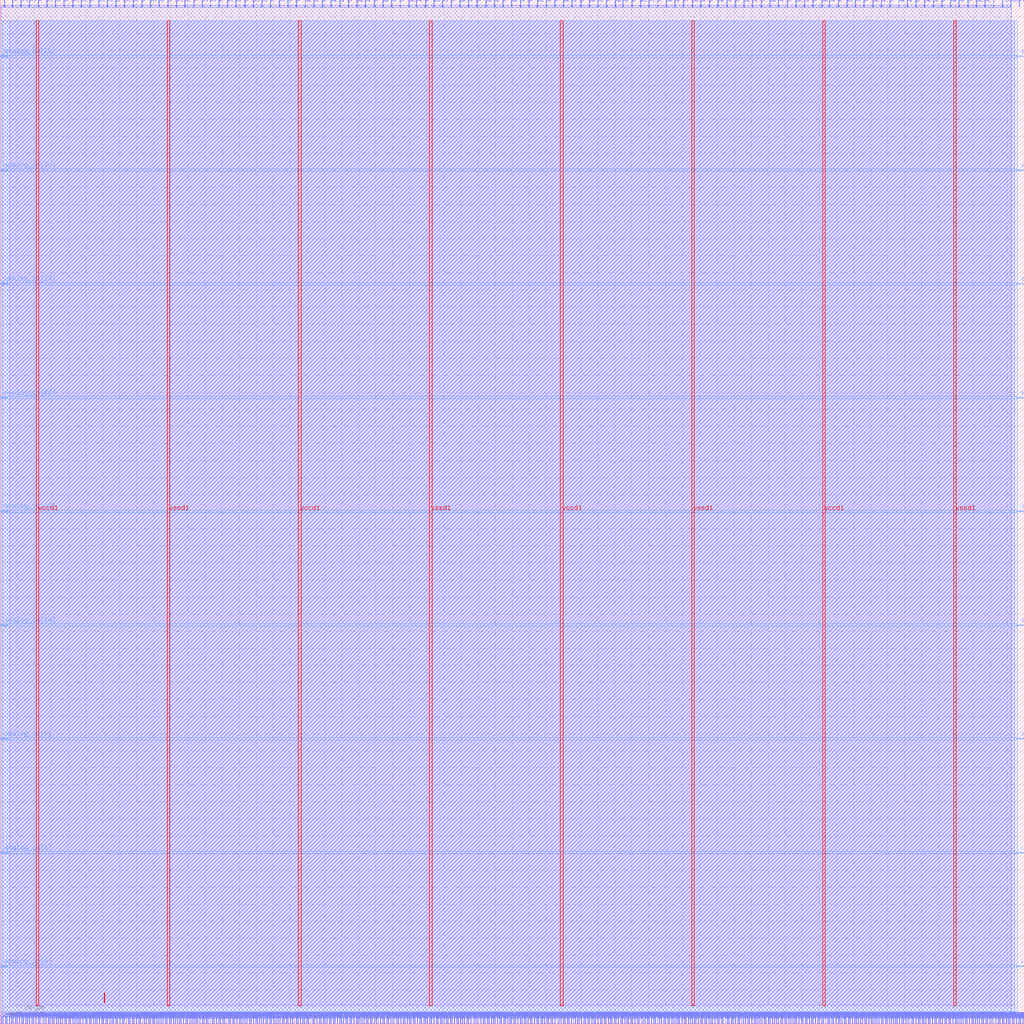
<source format=lef>
VERSION 5.7 ;
  NOWIREEXTENSIONATPIN ON ;
  DIVIDERCHAR "/" ;
  BUSBITCHARS "[]" ;
MACRO basic
  CLASS BLOCK ;
  FOREIGN basic ;
  ORIGIN 0.000 0.000 ;
  SIZE 600.000 BY 600.000 ;
  PIN analog_io[0]
    DIRECTION INOUT ;
    USE SIGNAL ;
    PORT
      LAYER met2 ;
        RECT 576.930 596.000 577.210 600.000 ;
    END
  END analog_io[0]
  PIN analog_io[10]
    DIRECTION INOUT ;
    USE SIGNAL ;
    PORT
      LAYER met2 ;
        RECT 593.030 0.000 593.310 4.000 ;
    END
  END analog_io[10]
  PIN analog_io[11]
    DIRECTION INOUT ;
    USE SIGNAL ;
    PORT
      LAYER met2 ;
        RECT 581.990 596.000 582.270 600.000 ;
    END
  END analog_io[11]
  PIN analog_io[12]
    DIRECTION INOUT ;
    USE SIGNAL ;
    PORT
      LAYER met3 ;
        RECT 596.000 433.200 600.000 433.800 ;
    END
  END analog_io[12]
  PIN analog_io[13]
    DIRECTION INOUT ;
    USE SIGNAL ;
    PORT
      LAYER met2 ;
        RECT 593.950 0.000 594.230 4.000 ;
    END
  END analog_io[13]
  PIN analog_io[14]
    DIRECTION INOUT ;
    USE SIGNAL ;
    PORT
      LAYER met3 ;
        RECT 0.000 233.280 4.000 233.880 ;
    END
  END analog_io[14]
  PIN analog_io[15]
    DIRECTION INOUT ;
    USE SIGNAL ;
    PORT
      LAYER met3 ;
        RECT 596.000 499.840 600.000 500.440 ;
    END
  END analog_io[15]
  PIN analog_io[16]
    DIRECTION INOUT ;
    USE SIGNAL ;
    PORT
      LAYER met3 ;
        RECT 596.000 566.480 600.000 567.080 ;
    END
  END analog_io[16]
  PIN analog_io[17]
    DIRECTION INOUT ;
    USE SIGNAL ;
    PORT
      LAYER met2 ;
        RECT 587.050 596.000 587.330 600.000 ;
    END
  END analog_io[17]
  PIN analog_io[18]
    DIRECTION INOUT ;
    USE SIGNAL ;
    PORT
      LAYER met3 ;
        RECT 0.000 299.920 4.000 300.520 ;
    END
  END analog_io[18]
  PIN analog_io[19]
    DIRECTION INOUT ;
    USE SIGNAL ;
    PORT
      LAYER met2 ;
        RECT 595.330 0.000 595.610 4.000 ;
    END
  END analog_io[19]
  PIN analog_io[1]
    DIRECTION INOUT ;
    USE SIGNAL ;
    PORT
      LAYER met2 ;
        RECT 590.730 0.000 591.010 4.000 ;
    END
  END analog_io[1]
  PIN analog_io[20]
    DIRECTION INOUT ;
    USE SIGNAL ;
    PORT
      LAYER met2 ;
        RECT 592.110 596.000 592.390 600.000 ;
    END
  END analog_io[20]
  PIN analog_io[21]
    DIRECTION INOUT ;
    USE SIGNAL ;
    PORT
      LAYER met2 ;
        RECT 596.710 0.000 596.990 4.000 ;
    END
  END analog_io[21]
  PIN analog_io[22]
    DIRECTION INOUT ;
    USE SIGNAL ;
    PORT
      LAYER met3 ;
        RECT 0.000 366.560 4.000 367.160 ;
    END
  END analog_io[22]
  PIN analog_io[23]
    DIRECTION INOUT ;
    USE SIGNAL ;
    PORT
      LAYER met2 ;
        RECT 597.630 0.000 597.910 4.000 ;
    END
  END analog_io[23]
  PIN analog_io[24]
    DIRECTION INOUT ;
    USE SIGNAL ;
    PORT
      LAYER met3 ;
        RECT 0.000 433.200 4.000 433.800 ;
    END
  END analog_io[24]
  PIN analog_io[25]
    DIRECTION INOUT ;
    USE SIGNAL ;
    PORT
      LAYER met2 ;
        RECT 599.010 0.000 599.290 4.000 ;
    END
  END analog_io[25]
  PIN analog_io[26]
    DIRECTION INOUT ;
    USE SIGNAL ;
    PORT
      LAYER met3 ;
        RECT 0.000 499.840 4.000 500.440 ;
    END
  END analog_io[26]
  PIN analog_io[27]
    DIRECTION INOUT ;
    USE SIGNAL ;
    PORT
      LAYER met2 ;
        RECT 597.170 596.000 597.450 600.000 ;
    END
  END analog_io[27]
  PIN analog_io[28]
    DIRECTION INOUT ;
    USE SIGNAL ;
    PORT
      LAYER met3 ;
        RECT 0.000 566.480 4.000 567.080 ;
    END
  END analog_io[28]
  PIN analog_io[2]
    DIRECTION INOUT ;
    USE SIGNAL ;
    PORT
      LAYER met3 ;
        RECT 0.000 33.360 4.000 33.960 ;
    END
  END analog_io[2]
  PIN analog_io[3]
    DIRECTION INOUT ;
    USE SIGNAL ;
    PORT
      LAYER met2 ;
        RECT 591.650 0.000 591.930 4.000 ;
    END
  END analog_io[3]
  PIN analog_io[4]
    DIRECTION INOUT ;
    USE SIGNAL ;
    PORT
      LAYER met3 ;
        RECT 596.000 166.640 600.000 167.240 ;
    END
  END analog_io[4]
  PIN analog_io[5]
    DIRECTION INOUT ;
    USE SIGNAL ;
    PORT
      LAYER met3 ;
        RECT 596.000 233.280 600.000 233.880 ;
    END
  END analog_io[5]
  PIN analog_io[6]
    DIRECTION INOUT ;
    USE SIGNAL ;
    PORT
      LAYER met3 ;
        RECT 0.000 100.000 4.000 100.600 ;
    END
  END analog_io[6]
  PIN analog_io[7]
    DIRECTION INOUT ;
    USE SIGNAL ;
    PORT
      LAYER met3 ;
        RECT 596.000 299.920 600.000 300.520 ;
    END
  END analog_io[7]
  PIN analog_io[8]
    DIRECTION INOUT ;
    USE SIGNAL ;
    PORT
      LAYER met3 ;
        RECT 596.000 366.560 600.000 367.160 ;
    END
  END analog_io[8]
  PIN analog_io[9]
    DIRECTION INOUT ;
    USE SIGNAL ;
    PORT
      LAYER met3 ;
        RECT 0.000 166.640 4.000 167.240 ;
    END
  END analog_io[9]
  PIN io_in[0]
    DIRECTION INPUT ;
    USE SIGNAL ;
    PORT
      LAYER met2 ;
        RECT 2.390 596.000 2.670 600.000 ;
    END
  END io_in[0]
  PIN io_in[10]
    DIRECTION INPUT ;
    USE SIGNAL ;
    PORT
      LAYER met2 ;
        RECT 153.270 596.000 153.550 600.000 ;
    END
  END io_in[10]
  PIN io_in[11]
    DIRECTION INPUT ;
    USE SIGNAL ;
    PORT
      LAYER met2 ;
        RECT 168.450 596.000 168.730 600.000 ;
    END
  END io_in[11]
  PIN io_in[12]
    DIRECTION INPUT ;
    USE SIGNAL ;
    PORT
      LAYER met2 ;
        RECT 183.630 596.000 183.910 600.000 ;
    END
  END io_in[12]
  PIN io_in[13]
    DIRECTION INPUT ;
    USE SIGNAL ;
    PORT
      LAYER met2 ;
        RECT 198.810 596.000 199.090 600.000 ;
    END
  END io_in[13]
  PIN io_in[14]
    DIRECTION INPUT ;
    USE SIGNAL ;
    PORT
      LAYER met2 ;
        RECT 213.990 596.000 214.270 600.000 ;
    END
  END io_in[14]
  PIN io_in[15]
    DIRECTION INPUT ;
    USE SIGNAL ;
    PORT
      LAYER met2 ;
        RECT 229.170 596.000 229.450 600.000 ;
    END
  END io_in[15]
  PIN io_in[16]
    DIRECTION INPUT ;
    USE SIGNAL ;
    PORT
      LAYER met2 ;
        RECT 243.890 596.000 244.170 600.000 ;
    END
  END io_in[16]
  PIN io_in[17]
    DIRECTION INPUT ;
    USE SIGNAL ;
    PORT
      LAYER met2 ;
        RECT 259.070 596.000 259.350 600.000 ;
    END
  END io_in[17]
  PIN io_in[18]
    DIRECTION INPUT ;
    USE SIGNAL ;
    PORT
      LAYER met2 ;
        RECT 274.250 596.000 274.530 600.000 ;
    END
  END io_in[18]
  PIN io_in[19]
    DIRECTION INPUT ;
    USE SIGNAL ;
    PORT
      LAYER met2 ;
        RECT 289.430 596.000 289.710 600.000 ;
    END
  END io_in[19]
  PIN io_in[1]
    DIRECTION INPUT ;
    USE SIGNAL ;
    PORT
      LAYER met2 ;
        RECT 17.110 596.000 17.390 600.000 ;
    END
  END io_in[1]
  PIN io_in[20]
    DIRECTION INPUT ;
    USE SIGNAL ;
    PORT
      LAYER met2 ;
        RECT 304.610 596.000 304.890 600.000 ;
    END
  END io_in[20]
  PIN io_in[21]
    DIRECTION INPUT ;
    USE SIGNAL ;
    PORT
      LAYER met2 ;
        RECT 319.790 596.000 320.070 600.000 ;
    END
  END io_in[21]
  PIN io_in[22]
    DIRECTION INPUT ;
    USE SIGNAL ;
    PORT
      LAYER met2 ;
        RECT 334.970 596.000 335.250 600.000 ;
    END
  END io_in[22]
  PIN io_in[23]
    DIRECTION INPUT ;
    USE SIGNAL ;
    PORT
      LAYER met2 ;
        RECT 350.150 596.000 350.430 600.000 ;
    END
  END io_in[23]
  PIN io_in[24]
    DIRECTION INPUT ;
    USE SIGNAL ;
    PORT
      LAYER met2 ;
        RECT 364.870 596.000 365.150 600.000 ;
    END
  END io_in[24]
  PIN io_in[25]
    DIRECTION INPUT ;
    USE SIGNAL ;
    PORT
      LAYER met2 ;
        RECT 380.050 596.000 380.330 600.000 ;
    END
  END io_in[25]
  PIN io_in[26]
    DIRECTION INPUT ;
    USE SIGNAL ;
    PORT
      LAYER met2 ;
        RECT 395.230 596.000 395.510 600.000 ;
    END
  END io_in[26]
  PIN io_in[27]
    DIRECTION INPUT ;
    USE SIGNAL ;
    PORT
      LAYER met2 ;
        RECT 410.410 596.000 410.690 600.000 ;
    END
  END io_in[27]
  PIN io_in[28]
    DIRECTION INPUT ;
    USE SIGNAL ;
    PORT
      LAYER met2 ;
        RECT 425.590 596.000 425.870 600.000 ;
    END
  END io_in[28]
  PIN io_in[29]
    DIRECTION INPUT ;
    USE SIGNAL ;
    PORT
      LAYER met2 ;
        RECT 440.770 596.000 441.050 600.000 ;
    END
  END io_in[29]
  PIN io_in[2]
    DIRECTION INPUT ;
    USE SIGNAL ;
    PORT
      LAYER met2 ;
        RECT 32.290 596.000 32.570 600.000 ;
    END
  END io_in[2]
  PIN io_in[30]
    DIRECTION INPUT ;
    USE SIGNAL ;
    PORT
      LAYER met2 ;
        RECT 455.950 596.000 456.230 600.000 ;
    END
  END io_in[30]
  PIN io_in[31]
    DIRECTION INPUT ;
    USE SIGNAL ;
    PORT
      LAYER met2 ;
        RECT 471.130 596.000 471.410 600.000 ;
    END
  END io_in[31]
  PIN io_in[32]
    DIRECTION INPUT ;
    USE SIGNAL ;
    PORT
      LAYER met2 ;
        RECT 485.850 596.000 486.130 600.000 ;
    END
  END io_in[32]
  PIN io_in[33]
    DIRECTION INPUT ;
    USE SIGNAL ;
    PORT
      LAYER met2 ;
        RECT 501.030 596.000 501.310 600.000 ;
    END
  END io_in[33]
  PIN io_in[34]
    DIRECTION INPUT ;
    USE SIGNAL ;
    PORT
      LAYER met2 ;
        RECT 516.210 596.000 516.490 600.000 ;
    END
  END io_in[34]
  PIN io_in[35]
    DIRECTION INPUT ;
    USE SIGNAL ;
    PORT
      LAYER met2 ;
        RECT 531.390 596.000 531.670 600.000 ;
    END
  END io_in[35]
  PIN io_in[36]
    DIRECTION INPUT ;
    USE SIGNAL ;
    PORT
      LAYER met2 ;
        RECT 546.570 596.000 546.850 600.000 ;
    END
  END io_in[36]
  PIN io_in[37]
    DIRECTION INPUT ;
    USE SIGNAL ;
    PORT
      LAYER met2 ;
        RECT 561.750 596.000 562.030 600.000 ;
    END
  END io_in[37]
  PIN io_in[3]
    DIRECTION INPUT ;
    USE SIGNAL ;
    PORT
      LAYER met2 ;
        RECT 47.470 596.000 47.750 600.000 ;
    END
  END io_in[3]
  PIN io_in[4]
    DIRECTION INPUT ;
    USE SIGNAL ;
    PORT
      LAYER met2 ;
        RECT 62.650 596.000 62.930 600.000 ;
    END
  END io_in[4]
  PIN io_in[5]
    DIRECTION INPUT ;
    USE SIGNAL ;
    PORT
      LAYER met2 ;
        RECT 77.830 596.000 78.110 600.000 ;
    END
  END io_in[5]
  PIN io_in[6]
    DIRECTION INPUT ;
    USE SIGNAL ;
    PORT
      LAYER met2 ;
        RECT 93.010 596.000 93.290 600.000 ;
    END
  END io_in[6]
  PIN io_in[7]
    DIRECTION INPUT ;
    USE SIGNAL ;
    PORT
      LAYER met2 ;
        RECT 108.190 596.000 108.470 600.000 ;
    END
  END io_in[7]
  PIN io_in[8]
    DIRECTION INPUT ;
    USE SIGNAL ;
    PORT
      LAYER met2 ;
        RECT 122.910 596.000 123.190 600.000 ;
    END
  END io_in[8]
  PIN io_in[9]
    DIRECTION INPUT ;
    USE SIGNAL ;
    PORT
      LAYER met2 ;
        RECT 138.090 596.000 138.370 600.000 ;
    END
  END io_in[9]
  PIN io_oeb[0]
    DIRECTION OUTPUT TRISTATE ;
    USE SIGNAL ;
    PORT
      LAYER met2 ;
        RECT 6.990 596.000 7.270 600.000 ;
    END
  END io_oeb[0]
  PIN io_oeb[10]
    DIRECTION OUTPUT TRISTATE ;
    USE SIGNAL ;
    PORT
      LAYER met2 ;
        RECT 158.330 596.000 158.610 600.000 ;
    END
  END io_oeb[10]
  PIN io_oeb[11]
    DIRECTION OUTPUT TRISTATE ;
    USE SIGNAL ;
    PORT
      LAYER met2 ;
        RECT 173.510 596.000 173.790 600.000 ;
    END
  END io_oeb[11]
  PIN io_oeb[12]
    DIRECTION OUTPUT TRISTATE ;
    USE SIGNAL ;
    PORT
      LAYER met2 ;
        RECT 188.690 596.000 188.970 600.000 ;
    END
  END io_oeb[12]
  PIN io_oeb[13]
    DIRECTION OUTPUT TRISTATE ;
    USE SIGNAL ;
    PORT
      LAYER met2 ;
        RECT 203.870 596.000 204.150 600.000 ;
    END
  END io_oeb[13]
  PIN io_oeb[14]
    DIRECTION OUTPUT TRISTATE ;
    USE SIGNAL ;
    PORT
      LAYER met2 ;
        RECT 219.050 596.000 219.330 600.000 ;
    END
  END io_oeb[14]
  PIN io_oeb[15]
    DIRECTION OUTPUT TRISTATE ;
    USE SIGNAL ;
    PORT
      LAYER met2 ;
        RECT 234.230 596.000 234.510 600.000 ;
    END
  END io_oeb[15]
  PIN io_oeb[16]
    DIRECTION OUTPUT TRISTATE ;
    USE SIGNAL ;
    PORT
      LAYER met2 ;
        RECT 248.950 596.000 249.230 600.000 ;
    END
  END io_oeb[16]
  PIN io_oeb[17]
    DIRECTION OUTPUT TRISTATE ;
    USE SIGNAL ;
    PORT
      LAYER met2 ;
        RECT 264.130 596.000 264.410 600.000 ;
    END
  END io_oeb[17]
  PIN io_oeb[18]
    DIRECTION OUTPUT TRISTATE ;
    USE SIGNAL ;
    PORT
      LAYER met2 ;
        RECT 279.310 596.000 279.590 600.000 ;
    END
  END io_oeb[18]
  PIN io_oeb[19]
    DIRECTION OUTPUT TRISTATE ;
    USE SIGNAL ;
    PORT
      LAYER met2 ;
        RECT 294.490 596.000 294.770 600.000 ;
    END
  END io_oeb[19]
  PIN io_oeb[1]
    DIRECTION OUTPUT TRISTATE ;
    USE SIGNAL ;
    PORT
      LAYER met2 ;
        RECT 22.170 596.000 22.450 600.000 ;
    END
  END io_oeb[1]
  PIN io_oeb[20]
    DIRECTION OUTPUT TRISTATE ;
    USE SIGNAL ;
    PORT
      LAYER met2 ;
        RECT 309.670 596.000 309.950 600.000 ;
    END
  END io_oeb[20]
  PIN io_oeb[21]
    DIRECTION OUTPUT TRISTATE ;
    USE SIGNAL ;
    PORT
      LAYER met2 ;
        RECT 324.850 596.000 325.130 600.000 ;
    END
  END io_oeb[21]
  PIN io_oeb[22]
    DIRECTION OUTPUT TRISTATE ;
    USE SIGNAL ;
    PORT
      LAYER met2 ;
        RECT 340.030 596.000 340.310 600.000 ;
    END
  END io_oeb[22]
  PIN io_oeb[23]
    DIRECTION OUTPUT TRISTATE ;
    USE SIGNAL ;
    PORT
      LAYER met2 ;
        RECT 355.210 596.000 355.490 600.000 ;
    END
  END io_oeb[23]
  PIN io_oeb[24]
    DIRECTION OUTPUT TRISTATE ;
    USE SIGNAL ;
    PORT
      LAYER met2 ;
        RECT 369.930 596.000 370.210 600.000 ;
    END
  END io_oeb[24]
  PIN io_oeb[25]
    DIRECTION OUTPUT TRISTATE ;
    USE SIGNAL ;
    PORT
      LAYER met2 ;
        RECT 385.110 596.000 385.390 600.000 ;
    END
  END io_oeb[25]
  PIN io_oeb[26]
    DIRECTION OUTPUT TRISTATE ;
    USE SIGNAL ;
    PORT
      LAYER met2 ;
        RECT 400.290 596.000 400.570 600.000 ;
    END
  END io_oeb[26]
  PIN io_oeb[27]
    DIRECTION OUTPUT TRISTATE ;
    USE SIGNAL ;
    PORT
      LAYER met2 ;
        RECT 415.470 596.000 415.750 600.000 ;
    END
  END io_oeb[27]
  PIN io_oeb[28]
    DIRECTION OUTPUT TRISTATE ;
    USE SIGNAL ;
    PORT
      LAYER met2 ;
        RECT 430.650 596.000 430.930 600.000 ;
    END
  END io_oeb[28]
  PIN io_oeb[29]
    DIRECTION OUTPUT TRISTATE ;
    USE SIGNAL ;
    PORT
      LAYER met2 ;
        RECT 445.830 596.000 446.110 600.000 ;
    END
  END io_oeb[29]
  PIN io_oeb[2]
    DIRECTION OUTPUT TRISTATE ;
    USE SIGNAL ;
    PORT
      LAYER met2 ;
        RECT 37.350 596.000 37.630 600.000 ;
    END
  END io_oeb[2]
  PIN io_oeb[30]
    DIRECTION OUTPUT TRISTATE ;
    USE SIGNAL ;
    PORT
      LAYER met2 ;
        RECT 461.010 596.000 461.290 600.000 ;
    END
  END io_oeb[30]
  PIN io_oeb[31]
    DIRECTION OUTPUT TRISTATE ;
    USE SIGNAL ;
    PORT
      LAYER met2 ;
        RECT 476.190 596.000 476.470 600.000 ;
    END
  END io_oeb[31]
  PIN io_oeb[32]
    DIRECTION OUTPUT TRISTATE ;
    USE SIGNAL ;
    PORT
      LAYER met2 ;
        RECT 490.910 596.000 491.190 600.000 ;
    END
  END io_oeb[32]
  PIN io_oeb[33]
    DIRECTION OUTPUT TRISTATE ;
    USE SIGNAL ;
    PORT
      LAYER met2 ;
        RECT 506.090 596.000 506.370 600.000 ;
    END
  END io_oeb[33]
  PIN io_oeb[34]
    DIRECTION OUTPUT TRISTATE ;
    USE SIGNAL ;
    PORT
      LAYER met2 ;
        RECT 521.270 596.000 521.550 600.000 ;
    END
  END io_oeb[34]
  PIN io_oeb[35]
    DIRECTION OUTPUT TRISTATE ;
    USE SIGNAL ;
    PORT
      LAYER met2 ;
        RECT 536.450 596.000 536.730 600.000 ;
    END
  END io_oeb[35]
  PIN io_oeb[36]
    DIRECTION OUTPUT TRISTATE ;
    USE SIGNAL ;
    PORT
      LAYER met2 ;
        RECT 551.630 596.000 551.910 600.000 ;
    END
  END io_oeb[36]
  PIN io_oeb[37]
    DIRECTION OUTPUT TRISTATE ;
    USE SIGNAL ;
    PORT
      LAYER met2 ;
        RECT 566.810 596.000 567.090 600.000 ;
    END
  END io_oeb[37]
  PIN io_oeb[3]
    DIRECTION OUTPUT TRISTATE ;
    USE SIGNAL ;
    PORT
      LAYER met2 ;
        RECT 52.530 596.000 52.810 600.000 ;
    END
  END io_oeb[3]
  PIN io_oeb[4]
    DIRECTION OUTPUT TRISTATE ;
    USE SIGNAL ;
    PORT
      LAYER met2 ;
        RECT 67.710 596.000 67.990 600.000 ;
    END
  END io_oeb[4]
  PIN io_oeb[5]
    DIRECTION OUTPUT TRISTATE ;
    USE SIGNAL ;
    PORT
      LAYER met2 ;
        RECT 82.890 596.000 83.170 600.000 ;
    END
  END io_oeb[5]
  PIN io_oeb[6]
    DIRECTION OUTPUT TRISTATE ;
    USE SIGNAL ;
    PORT
      LAYER met2 ;
        RECT 98.070 596.000 98.350 600.000 ;
    END
  END io_oeb[6]
  PIN io_oeb[7]
    DIRECTION OUTPUT TRISTATE ;
    USE SIGNAL ;
    PORT
      LAYER met2 ;
        RECT 113.250 596.000 113.530 600.000 ;
    END
  END io_oeb[7]
  PIN io_oeb[8]
    DIRECTION OUTPUT TRISTATE ;
    USE SIGNAL ;
    PORT
      LAYER met2 ;
        RECT 127.970 596.000 128.250 600.000 ;
    END
  END io_oeb[8]
  PIN io_oeb[9]
    DIRECTION OUTPUT TRISTATE ;
    USE SIGNAL ;
    PORT
      LAYER met2 ;
        RECT 143.150 596.000 143.430 600.000 ;
    END
  END io_oeb[9]
  PIN io_out[0]
    DIRECTION OUTPUT TRISTATE ;
    USE SIGNAL ;
    PORT
      LAYER met2 ;
        RECT 12.050 596.000 12.330 600.000 ;
    END
  END io_out[0]
  PIN io_out[10]
    DIRECTION OUTPUT TRISTATE ;
    USE SIGNAL ;
    PORT
      LAYER met2 ;
        RECT 163.390 596.000 163.670 600.000 ;
    END
  END io_out[10]
  PIN io_out[11]
    DIRECTION OUTPUT TRISTATE ;
    USE SIGNAL ;
    PORT
      LAYER met2 ;
        RECT 178.570 596.000 178.850 600.000 ;
    END
  END io_out[11]
  PIN io_out[12]
    DIRECTION OUTPUT TRISTATE ;
    USE SIGNAL ;
    PORT
      LAYER met2 ;
        RECT 193.750 596.000 194.030 600.000 ;
    END
  END io_out[12]
  PIN io_out[13]
    DIRECTION OUTPUT TRISTATE ;
    USE SIGNAL ;
    PORT
      LAYER met2 ;
        RECT 208.930 596.000 209.210 600.000 ;
    END
  END io_out[13]
  PIN io_out[14]
    DIRECTION OUTPUT TRISTATE ;
    USE SIGNAL ;
    PORT
      LAYER met2 ;
        RECT 224.110 596.000 224.390 600.000 ;
    END
  END io_out[14]
  PIN io_out[15]
    DIRECTION OUTPUT TRISTATE ;
    USE SIGNAL ;
    PORT
      LAYER met2 ;
        RECT 239.290 596.000 239.570 600.000 ;
    END
  END io_out[15]
  PIN io_out[16]
    DIRECTION OUTPUT TRISTATE ;
    USE SIGNAL ;
    PORT
      LAYER met2 ;
        RECT 254.010 596.000 254.290 600.000 ;
    END
  END io_out[16]
  PIN io_out[17]
    DIRECTION OUTPUT TRISTATE ;
    USE SIGNAL ;
    PORT
      LAYER met2 ;
        RECT 269.190 596.000 269.470 600.000 ;
    END
  END io_out[17]
  PIN io_out[18]
    DIRECTION OUTPUT TRISTATE ;
    USE SIGNAL ;
    PORT
      LAYER met2 ;
        RECT 284.370 596.000 284.650 600.000 ;
    END
  END io_out[18]
  PIN io_out[19]
    DIRECTION OUTPUT TRISTATE ;
    USE SIGNAL ;
    PORT
      LAYER met2 ;
        RECT 299.550 596.000 299.830 600.000 ;
    END
  END io_out[19]
  PIN io_out[1]
    DIRECTION OUTPUT TRISTATE ;
    USE SIGNAL ;
    PORT
      LAYER met2 ;
        RECT 27.230 596.000 27.510 600.000 ;
    END
  END io_out[1]
  PIN io_out[20]
    DIRECTION OUTPUT TRISTATE ;
    USE SIGNAL ;
    PORT
      LAYER met2 ;
        RECT 314.730 596.000 315.010 600.000 ;
    END
  END io_out[20]
  PIN io_out[21]
    DIRECTION OUTPUT TRISTATE ;
    USE SIGNAL ;
    PORT
      LAYER met2 ;
        RECT 329.910 596.000 330.190 600.000 ;
    END
  END io_out[21]
  PIN io_out[22]
    DIRECTION OUTPUT TRISTATE ;
    USE SIGNAL ;
    PORT
      LAYER met2 ;
        RECT 345.090 596.000 345.370 600.000 ;
    END
  END io_out[22]
  PIN io_out[23]
    DIRECTION OUTPUT TRISTATE ;
    USE SIGNAL ;
    PORT
      LAYER met2 ;
        RECT 360.270 596.000 360.550 600.000 ;
    END
  END io_out[23]
  PIN io_out[24]
    DIRECTION OUTPUT TRISTATE ;
    USE SIGNAL ;
    PORT
      LAYER met2 ;
        RECT 374.990 596.000 375.270 600.000 ;
    END
  END io_out[24]
  PIN io_out[25]
    DIRECTION OUTPUT TRISTATE ;
    USE SIGNAL ;
    PORT
      LAYER met2 ;
        RECT 390.170 596.000 390.450 600.000 ;
    END
  END io_out[25]
  PIN io_out[26]
    DIRECTION OUTPUT TRISTATE ;
    USE SIGNAL ;
    PORT
      LAYER met2 ;
        RECT 405.350 596.000 405.630 600.000 ;
    END
  END io_out[26]
  PIN io_out[27]
    DIRECTION OUTPUT TRISTATE ;
    USE SIGNAL ;
    PORT
      LAYER met2 ;
        RECT 420.530 596.000 420.810 600.000 ;
    END
  END io_out[27]
  PIN io_out[28]
    DIRECTION OUTPUT TRISTATE ;
    USE SIGNAL ;
    PORT
      LAYER met2 ;
        RECT 435.710 596.000 435.990 600.000 ;
    END
  END io_out[28]
  PIN io_out[29]
    DIRECTION OUTPUT TRISTATE ;
    USE SIGNAL ;
    PORT
      LAYER met2 ;
        RECT 450.890 596.000 451.170 600.000 ;
    END
  END io_out[29]
  PIN io_out[2]
    DIRECTION OUTPUT TRISTATE ;
    USE SIGNAL ;
    PORT
      LAYER met2 ;
        RECT 42.410 596.000 42.690 600.000 ;
    END
  END io_out[2]
  PIN io_out[30]
    DIRECTION OUTPUT TRISTATE ;
    USE SIGNAL ;
    PORT
      LAYER met2 ;
        RECT 466.070 596.000 466.350 600.000 ;
    END
  END io_out[30]
  PIN io_out[31]
    DIRECTION OUTPUT TRISTATE ;
    USE SIGNAL ;
    PORT
      LAYER met2 ;
        RECT 481.250 596.000 481.530 600.000 ;
    END
  END io_out[31]
  PIN io_out[32]
    DIRECTION OUTPUT TRISTATE ;
    USE SIGNAL ;
    PORT
      LAYER met2 ;
        RECT 495.970 596.000 496.250 600.000 ;
    END
  END io_out[32]
  PIN io_out[33]
    DIRECTION OUTPUT TRISTATE ;
    USE SIGNAL ;
    PORT
      LAYER met2 ;
        RECT 511.150 596.000 511.430 600.000 ;
    END
  END io_out[33]
  PIN io_out[34]
    DIRECTION OUTPUT TRISTATE ;
    USE SIGNAL ;
    PORT
      LAYER met2 ;
        RECT 526.330 596.000 526.610 600.000 ;
    END
  END io_out[34]
  PIN io_out[35]
    DIRECTION OUTPUT TRISTATE ;
    USE SIGNAL ;
    PORT
      LAYER met2 ;
        RECT 541.510 596.000 541.790 600.000 ;
    END
  END io_out[35]
  PIN io_out[36]
    DIRECTION OUTPUT TRISTATE ;
    USE SIGNAL ;
    PORT
      LAYER met2 ;
        RECT 556.690 596.000 556.970 600.000 ;
    END
  END io_out[36]
  PIN io_out[37]
    DIRECTION OUTPUT TRISTATE ;
    USE SIGNAL ;
    PORT
      LAYER met2 ;
        RECT 571.870 596.000 572.150 600.000 ;
    END
  END io_out[37]
  PIN io_out[3]
    DIRECTION OUTPUT TRISTATE ;
    USE SIGNAL ;
    PORT
      LAYER met2 ;
        RECT 57.590 596.000 57.870 600.000 ;
    END
  END io_out[3]
  PIN io_out[4]
    DIRECTION OUTPUT TRISTATE ;
    USE SIGNAL ;
    PORT
      LAYER met2 ;
        RECT 72.770 596.000 73.050 600.000 ;
    END
  END io_out[4]
  PIN io_out[5]
    DIRECTION OUTPUT TRISTATE ;
    USE SIGNAL ;
    PORT
      LAYER met2 ;
        RECT 87.950 596.000 88.230 600.000 ;
    END
  END io_out[5]
  PIN io_out[6]
    DIRECTION OUTPUT TRISTATE ;
    USE SIGNAL ;
    PORT
      LAYER met2 ;
        RECT 103.130 596.000 103.410 600.000 ;
    END
  END io_out[6]
  PIN io_out[7]
    DIRECTION OUTPUT TRISTATE ;
    USE SIGNAL ;
    PORT
      LAYER met2 ;
        RECT 118.310 596.000 118.590 600.000 ;
    END
  END io_out[7]
  PIN io_out[8]
    DIRECTION OUTPUT TRISTATE ;
    USE SIGNAL ;
    PORT
      LAYER met2 ;
        RECT 133.030 596.000 133.310 600.000 ;
    END
  END io_out[8]
  PIN io_out[9]
    DIRECTION OUTPUT TRISTATE ;
    USE SIGNAL ;
    PORT
      LAYER met2 ;
        RECT 148.210 596.000 148.490 600.000 ;
    END
  END io_out[9]
  PIN la_data_in[0]
    DIRECTION INPUT ;
    USE SIGNAL ;
    PORT
      LAYER met2 ;
        RECT 127.970 0.000 128.250 4.000 ;
    END
  END la_data_in[0]
  PIN la_data_in[100]
    DIRECTION INPUT ;
    USE SIGNAL ;
    PORT
      LAYER met2 ;
        RECT 488.150 0.000 488.430 4.000 ;
    END
  END la_data_in[100]
  PIN la_data_in[101]
    DIRECTION INPUT ;
    USE SIGNAL ;
    PORT
      LAYER met2 ;
        RECT 491.830 0.000 492.110 4.000 ;
    END
  END la_data_in[101]
  PIN la_data_in[102]
    DIRECTION INPUT ;
    USE SIGNAL ;
    PORT
      LAYER met2 ;
        RECT 495.510 0.000 495.790 4.000 ;
    END
  END la_data_in[102]
  PIN la_data_in[103]
    DIRECTION INPUT ;
    USE SIGNAL ;
    PORT
      LAYER met2 ;
        RECT 499.190 0.000 499.470 4.000 ;
    END
  END la_data_in[103]
  PIN la_data_in[104]
    DIRECTION INPUT ;
    USE SIGNAL ;
    PORT
      LAYER met2 ;
        RECT 502.870 0.000 503.150 4.000 ;
    END
  END la_data_in[104]
  PIN la_data_in[105]
    DIRECTION INPUT ;
    USE SIGNAL ;
    PORT
      LAYER met2 ;
        RECT 506.550 0.000 506.830 4.000 ;
    END
  END la_data_in[105]
  PIN la_data_in[106]
    DIRECTION INPUT ;
    USE SIGNAL ;
    PORT
      LAYER met2 ;
        RECT 510.230 0.000 510.510 4.000 ;
    END
  END la_data_in[106]
  PIN la_data_in[107]
    DIRECTION INPUT ;
    USE SIGNAL ;
    PORT
      LAYER met2 ;
        RECT 513.450 0.000 513.730 4.000 ;
    END
  END la_data_in[107]
  PIN la_data_in[108]
    DIRECTION INPUT ;
    USE SIGNAL ;
    PORT
      LAYER met2 ;
        RECT 517.130 0.000 517.410 4.000 ;
    END
  END la_data_in[108]
  PIN la_data_in[109]
    DIRECTION INPUT ;
    USE SIGNAL ;
    PORT
      LAYER met2 ;
        RECT 520.810 0.000 521.090 4.000 ;
    END
  END la_data_in[109]
  PIN la_data_in[10]
    DIRECTION INPUT ;
    USE SIGNAL ;
    PORT
      LAYER met2 ;
        RECT 163.850 0.000 164.130 4.000 ;
    END
  END la_data_in[10]
  PIN la_data_in[110]
    DIRECTION INPUT ;
    USE SIGNAL ;
    PORT
      LAYER met2 ;
        RECT 524.490 0.000 524.770 4.000 ;
    END
  END la_data_in[110]
  PIN la_data_in[111]
    DIRECTION INPUT ;
    USE SIGNAL ;
    PORT
      LAYER met2 ;
        RECT 528.170 0.000 528.450 4.000 ;
    END
  END la_data_in[111]
  PIN la_data_in[112]
    DIRECTION INPUT ;
    USE SIGNAL ;
    PORT
      LAYER met2 ;
        RECT 531.850 0.000 532.130 4.000 ;
    END
  END la_data_in[112]
  PIN la_data_in[113]
    DIRECTION INPUT ;
    USE SIGNAL ;
    PORT
      LAYER met2 ;
        RECT 535.070 0.000 535.350 4.000 ;
    END
  END la_data_in[113]
  PIN la_data_in[114]
    DIRECTION INPUT ;
    USE SIGNAL ;
    PORT
      LAYER met2 ;
        RECT 538.750 0.000 539.030 4.000 ;
    END
  END la_data_in[114]
  PIN la_data_in[115]
    DIRECTION INPUT ;
    USE SIGNAL ;
    PORT
      LAYER met2 ;
        RECT 542.430 0.000 542.710 4.000 ;
    END
  END la_data_in[115]
  PIN la_data_in[116]
    DIRECTION INPUT ;
    USE SIGNAL ;
    PORT
      LAYER met2 ;
        RECT 546.110 0.000 546.390 4.000 ;
    END
  END la_data_in[116]
  PIN la_data_in[117]
    DIRECTION INPUT ;
    USE SIGNAL ;
    PORT
      LAYER met2 ;
        RECT 549.790 0.000 550.070 4.000 ;
    END
  END la_data_in[117]
  PIN la_data_in[118]
    DIRECTION INPUT ;
    USE SIGNAL ;
    PORT
      LAYER met2 ;
        RECT 553.470 0.000 553.750 4.000 ;
    END
  END la_data_in[118]
  PIN la_data_in[119]
    DIRECTION INPUT ;
    USE SIGNAL ;
    PORT
      LAYER met2 ;
        RECT 556.690 0.000 556.970 4.000 ;
    END
  END la_data_in[119]
  PIN la_data_in[11]
    DIRECTION INPUT ;
    USE SIGNAL ;
    PORT
      LAYER met2 ;
        RECT 167.530 0.000 167.810 4.000 ;
    END
  END la_data_in[11]
  PIN la_data_in[120]
    DIRECTION INPUT ;
    USE SIGNAL ;
    PORT
      LAYER met2 ;
        RECT 560.370 0.000 560.650 4.000 ;
    END
  END la_data_in[120]
  PIN la_data_in[121]
    DIRECTION INPUT ;
    USE SIGNAL ;
    PORT
      LAYER met2 ;
        RECT 564.050 0.000 564.330 4.000 ;
    END
  END la_data_in[121]
  PIN la_data_in[122]
    DIRECTION INPUT ;
    USE SIGNAL ;
    PORT
      LAYER met2 ;
        RECT 567.730 0.000 568.010 4.000 ;
    END
  END la_data_in[122]
  PIN la_data_in[123]
    DIRECTION INPUT ;
    USE SIGNAL ;
    PORT
      LAYER met2 ;
        RECT 571.410 0.000 571.690 4.000 ;
    END
  END la_data_in[123]
  PIN la_data_in[124]
    DIRECTION INPUT ;
    USE SIGNAL ;
    PORT
      LAYER met2 ;
        RECT 575.090 0.000 575.370 4.000 ;
    END
  END la_data_in[124]
  PIN la_data_in[125]
    DIRECTION INPUT ;
    USE SIGNAL ;
    PORT
      LAYER met2 ;
        RECT 578.310 0.000 578.590 4.000 ;
    END
  END la_data_in[125]
  PIN la_data_in[126]
    DIRECTION INPUT ;
    USE SIGNAL ;
    PORT
      LAYER met2 ;
        RECT 581.990 0.000 582.270 4.000 ;
    END
  END la_data_in[126]
  PIN la_data_in[127]
    DIRECTION INPUT ;
    USE SIGNAL ;
    PORT
      LAYER met2 ;
        RECT 585.670 0.000 585.950 4.000 ;
    END
  END la_data_in[127]
  PIN la_data_in[12]
    DIRECTION INPUT ;
    USE SIGNAL ;
    PORT
      LAYER met2 ;
        RECT 171.210 0.000 171.490 4.000 ;
    END
  END la_data_in[12]
  PIN la_data_in[13]
    DIRECTION INPUT ;
    USE SIGNAL ;
    PORT
      LAYER met2 ;
        RECT 174.430 0.000 174.710 4.000 ;
    END
  END la_data_in[13]
  PIN la_data_in[14]
    DIRECTION INPUT ;
    USE SIGNAL ;
    PORT
      LAYER met2 ;
        RECT 178.110 0.000 178.390 4.000 ;
    END
  END la_data_in[14]
  PIN la_data_in[15]
    DIRECTION INPUT ;
    USE SIGNAL ;
    PORT
      LAYER met2 ;
        RECT 181.790 0.000 182.070 4.000 ;
    END
  END la_data_in[15]
  PIN la_data_in[16]
    DIRECTION INPUT ;
    USE SIGNAL ;
    PORT
      LAYER met2 ;
        RECT 185.470 0.000 185.750 4.000 ;
    END
  END la_data_in[16]
  PIN la_data_in[17]
    DIRECTION INPUT ;
    USE SIGNAL ;
    PORT
      LAYER met2 ;
        RECT 189.150 0.000 189.430 4.000 ;
    END
  END la_data_in[17]
  PIN la_data_in[18]
    DIRECTION INPUT ;
    USE SIGNAL ;
    PORT
      LAYER met2 ;
        RECT 192.830 0.000 193.110 4.000 ;
    END
  END la_data_in[18]
  PIN la_data_in[19]
    DIRECTION INPUT ;
    USE SIGNAL ;
    PORT
      LAYER met2 ;
        RECT 196.050 0.000 196.330 4.000 ;
    END
  END la_data_in[19]
  PIN la_data_in[1]
    DIRECTION INPUT ;
    USE SIGNAL ;
    PORT
      LAYER met2 ;
        RECT 131.190 0.000 131.470 4.000 ;
    END
  END la_data_in[1]
  PIN la_data_in[20]
    DIRECTION INPUT ;
    USE SIGNAL ;
    PORT
      LAYER met2 ;
        RECT 199.730 0.000 200.010 4.000 ;
    END
  END la_data_in[20]
  PIN la_data_in[21]
    DIRECTION INPUT ;
    USE SIGNAL ;
    PORT
      LAYER met2 ;
        RECT 203.410 0.000 203.690 4.000 ;
    END
  END la_data_in[21]
  PIN la_data_in[22]
    DIRECTION INPUT ;
    USE SIGNAL ;
    PORT
      LAYER met2 ;
        RECT 207.090 0.000 207.370 4.000 ;
    END
  END la_data_in[22]
  PIN la_data_in[23]
    DIRECTION INPUT ;
    USE SIGNAL ;
    PORT
      LAYER met2 ;
        RECT 210.770 0.000 211.050 4.000 ;
    END
  END la_data_in[23]
  PIN la_data_in[24]
    DIRECTION INPUT ;
    USE SIGNAL ;
    PORT
      LAYER met2 ;
        RECT 214.450 0.000 214.730 4.000 ;
    END
  END la_data_in[24]
  PIN la_data_in[25]
    DIRECTION INPUT ;
    USE SIGNAL ;
    PORT
      LAYER met2 ;
        RECT 217.670 0.000 217.950 4.000 ;
    END
  END la_data_in[25]
  PIN la_data_in[26]
    DIRECTION INPUT ;
    USE SIGNAL ;
    PORT
      LAYER met2 ;
        RECT 221.350 0.000 221.630 4.000 ;
    END
  END la_data_in[26]
  PIN la_data_in[27]
    DIRECTION INPUT ;
    USE SIGNAL ;
    PORT
      LAYER met2 ;
        RECT 225.030 0.000 225.310 4.000 ;
    END
  END la_data_in[27]
  PIN la_data_in[28]
    DIRECTION INPUT ;
    USE SIGNAL ;
    PORT
      LAYER met2 ;
        RECT 228.710 0.000 228.990 4.000 ;
    END
  END la_data_in[28]
  PIN la_data_in[29]
    DIRECTION INPUT ;
    USE SIGNAL ;
    PORT
      LAYER met2 ;
        RECT 232.390 0.000 232.670 4.000 ;
    END
  END la_data_in[29]
  PIN la_data_in[2]
    DIRECTION INPUT ;
    USE SIGNAL ;
    PORT
      LAYER met2 ;
        RECT 134.870 0.000 135.150 4.000 ;
    END
  END la_data_in[2]
  PIN la_data_in[30]
    DIRECTION INPUT ;
    USE SIGNAL ;
    PORT
      LAYER met2 ;
        RECT 236.070 0.000 236.350 4.000 ;
    END
  END la_data_in[30]
  PIN la_data_in[31]
    DIRECTION INPUT ;
    USE SIGNAL ;
    PORT
      LAYER met2 ;
        RECT 239.750 0.000 240.030 4.000 ;
    END
  END la_data_in[31]
  PIN la_data_in[32]
    DIRECTION INPUT ;
    USE SIGNAL ;
    PORT
      LAYER met2 ;
        RECT 242.970 0.000 243.250 4.000 ;
    END
  END la_data_in[32]
  PIN la_data_in[33]
    DIRECTION INPUT ;
    USE SIGNAL ;
    PORT
      LAYER met2 ;
        RECT 246.650 0.000 246.930 4.000 ;
    END
  END la_data_in[33]
  PIN la_data_in[34]
    DIRECTION INPUT ;
    USE SIGNAL ;
    PORT
      LAYER met2 ;
        RECT 250.330 0.000 250.610 4.000 ;
    END
  END la_data_in[34]
  PIN la_data_in[35]
    DIRECTION INPUT ;
    USE SIGNAL ;
    PORT
      LAYER met2 ;
        RECT 254.010 0.000 254.290 4.000 ;
    END
  END la_data_in[35]
  PIN la_data_in[36]
    DIRECTION INPUT ;
    USE SIGNAL ;
    PORT
      LAYER met2 ;
        RECT 257.690 0.000 257.970 4.000 ;
    END
  END la_data_in[36]
  PIN la_data_in[37]
    DIRECTION INPUT ;
    USE SIGNAL ;
    PORT
      LAYER met2 ;
        RECT 261.370 0.000 261.650 4.000 ;
    END
  END la_data_in[37]
  PIN la_data_in[38]
    DIRECTION INPUT ;
    USE SIGNAL ;
    PORT
      LAYER met2 ;
        RECT 264.590 0.000 264.870 4.000 ;
    END
  END la_data_in[38]
  PIN la_data_in[39]
    DIRECTION INPUT ;
    USE SIGNAL ;
    PORT
      LAYER met2 ;
        RECT 268.270 0.000 268.550 4.000 ;
    END
  END la_data_in[39]
  PIN la_data_in[3]
    DIRECTION INPUT ;
    USE SIGNAL ;
    PORT
      LAYER met2 ;
        RECT 138.550 0.000 138.830 4.000 ;
    END
  END la_data_in[3]
  PIN la_data_in[40]
    DIRECTION INPUT ;
    USE SIGNAL ;
    PORT
      LAYER met2 ;
        RECT 271.950 0.000 272.230 4.000 ;
    END
  END la_data_in[40]
  PIN la_data_in[41]
    DIRECTION INPUT ;
    USE SIGNAL ;
    PORT
      LAYER met2 ;
        RECT 275.630 0.000 275.910 4.000 ;
    END
  END la_data_in[41]
  PIN la_data_in[42]
    DIRECTION INPUT ;
    USE SIGNAL ;
    PORT
      LAYER met2 ;
        RECT 279.310 0.000 279.590 4.000 ;
    END
  END la_data_in[42]
  PIN la_data_in[43]
    DIRECTION INPUT ;
    USE SIGNAL ;
    PORT
      LAYER met2 ;
        RECT 282.990 0.000 283.270 4.000 ;
    END
  END la_data_in[43]
  PIN la_data_in[44]
    DIRECTION INPUT ;
    USE SIGNAL ;
    PORT
      LAYER met2 ;
        RECT 286.210 0.000 286.490 4.000 ;
    END
  END la_data_in[44]
  PIN la_data_in[45]
    DIRECTION INPUT ;
    USE SIGNAL ;
    PORT
      LAYER met2 ;
        RECT 289.890 0.000 290.170 4.000 ;
    END
  END la_data_in[45]
  PIN la_data_in[46]
    DIRECTION INPUT ;
    USE SIGNAL ;
    PORT
      LAYER met2 ;
        RECT 293.570 0.000 293.850 4.000 ;
    END
  END la_data_in[46]
  PIN la_data_in[47]
    DIRECTION INPUT ;
    USE SIGNAL ;
    PORT
      LAYER met2 ;
        RECT 297.250 0.000 297.530 4.000 ;
    END
  END la_data_in[47]
  PIN la_data_in[48]
    DIRECTION INPUT ;
    USE SIGNAL ;
    PORT
      LAYER met2 ;
        RECT 300.930 0.000 301.210 4.000 ;
    END
  END la_data_in[48]
  PIN la_data_in[49]
    DIRECTION INPUT ;
    USE SIGNAL ;
    PORT
      LAYER met2 ;
        RECT 304.610 0.000 304.890 4.000 ;
    END
  END la_data_in[49]
  PIN la_data_in[4]
    DIRECTION INPUT ;
    USE SIGNAL ;
    PORT
      LAYER met2 ;
        RECT 142.230 0.000 142.510 4.000 ;
    END
  END la_data_in[4]
  PIN la_data_in[50]
    DIRECTION INPUT ;
    USE SIGNAL ;
    PORT
      LAYER met2 ;
        RECT 307.830 0.000 308.110 4.000 ;
    END
  END la_data_in[50]
  PIN la_data_in[51]
    DIRECTION INPUT ;
    USE SIGNAL ;
    PORT
      LAYER met2 ;
        RECT 311.510 0.000 311.790 4.000 ;
    END
  END la_data_in[51]
  PIN la_data_in[52]
    DIRECTION INPUT ;
    USE SIGNAL ;
    PORT
      LAYER met2 ;
        RECT 315.190 0.000 315.470 4.000 ;
    END
  END la_data_in[52]
  PIN la_data_in[53]
    DIRECTION INPUT ;
    USE SIGNAL ;
    PORT
      LAYER met2 ;
        RECT 318.870 0.000 319.150 4.000 ;
    END
  END la_data_in[53]
  PIN la_data_in[54]
    DIRECTION INPUT ;
    USE SIGNAL ;
    PORT
      LAYER met2 ;
        RECT 322.550 0.000 322.830 4.000 ;
    END
  END la_data_in[54]
  PIN la_data_in[55]
    DIRECTION INPUT ;
    USE SIGNAL ;
    PORT
      LAYER met2 ;
        RECT 326.230 0.000 326.510 4.000 ;
    END
  END la_data_in[55]
  PIN la_data_in[56]
    DIRECTION INPUT ;
    USE SIGNAL ;
    PORT
      LAYER met2 ;
        RECT 329.910 0.000 330.190 4.000 ;
    END
  END la_data_in[56]
  PIN la_data_in[57]
    DIRECTION INPUT ;
    USE SIGNAL ;
    PORT
      LAYER met2 ;
        RECT 333.130 0.000 333.410 4.000 ;
    END
  END la_data_in[57]
  PIN la_data_in[58]
    DIRECTION INPUT ;
    USE SIGNAL ;
    PORT
      LAYER met2 ;
        RECT 336.810 0.000 337.090 4.000 ;
    END
  END la_data_in[58]
  PIN la_data_in[59]
    DIRECTION INPUT ;
    USE SIGNAL ;
    PORT
      LAYER met2 ;
        RECT 340.490 0.000 340.770 4.000 ;
    END
  END la_data_in[59]
  PIN la_data_in[5]
    DIRECTION INPUT ;
    USE SIGNAL ;
    PORT
      LAYER met2 ;
        RECT 145.910 0.000 146.190 4.000 ;
    END
  END la_data_in[5]
  PIN la_data_in[60]
    DIRECTION INPUT ;
    USE SIGNAL ;
    PORT
      LAYER met2 ;
        RECT 344.170 0.000 344.450 4.000 ;
    END
  END la_data_in[60]
  PIN la_data_in[61]
    DIRECTION INPUT ;
    USE SIGNAL ;
    PORT
      LAYER met2 ;
        RECT 347.850 0.000 348.130 4.000 ;
    END
  END la_data_in[61]
  PIN la_data_in[62]
    DIRECTION INPUT ;
    USE SIGNAL ;
    PORT
      LAYER met2 ;
        RECT 351.530 0.000 351.810 4.000 ;
    END
  END la_data_in[62]
  PIN la_data_in[63]
    DIRECTION INPUT ;
    USE SIGNAL ;
    PORT
      LAYER met2 ;
        RECT 354.750 0.000 355.030 4.000 ;
    END
  END la_data_in[63]
  PIN la_data_in[64]
    DIRECTION INPUT ;
    USE SIGNAL ;
    PORT
      LAYER met2 ;
        RECT 358.430 0.000 358.710 4.000 ;
    END
  END la_data_in[64]
  PIN la_data_in[65]
    DIRECTION INPUT ;
    USE SIGNAL ;
    PORT
      LAYER met2 ;
        RECT 362.110 0.000 362.390 4.000 ;
    END
  END la_data_in[65]
  PIN la_data_in[66]
    DIRECTION INPUT ;
    USE SIGNAL ;
    PORT
      LAYER met2 ;
        RECT 365.790 0.000 366.070 4.000 ;
    END
  END la_data_in[66]
  PIN la_data_in[67]
    DIRECTION INPUT ;
    USE SIGNAL ;
    PORT
      LAYER met2 ;
        RECT 369.470 0.000 369.750 4.000 ;
    END
  END la_data_in[67]
  PIN la_data_in[68]
    DIRECTION INPUT ;
    USE SIGNAL ;
    PORT
      LAYER met2 ;
        RECT 373.150 0.000 373.430 4.000 ;
    END
  END la_data_in[68]
  PIN la_data_in[69]
    DIRECTION INPUT ;
    USE SIGNAL ;
    PORT
      LAYER met2 ;
        RECT 376.370 0.000 376.650 4.000 ;
    END
  END la_data_in[69]
  PIN la_data_in[6]
    DIRECTION INPUT ;
    USE SIGNAL ;
    PORT
      LAYER met2 ;
        RECT 149.590 0.000 149.870 4.000 ;
    END
  END la_data_in[6]
  PIN la_data_in[70]
    DIRECTION INPUT ;
    USE SIGNAL ;
    PORT
      LAYER met2 ;
        RECT 380.050 0.000 380.330 4.000 ;
    END
  END la_data_in[70]
  PIN la_data_in[71]
    DIRECTION INPUT ;
    USE SIGNAL ;
    PORT
      LAYER met2 ;
        RECT 383.730 0.000 384.010 4.000 ;
    END
  END la_data_in[71]
  PIN la_data_in[72]
    DIRECTION INPUT ;
    USE SIGNAL ;
    PORT
      LAYER met2 ;
        RECT 387.410 0.000 387.690 4.000 ;
    END
  END la_data_in[72]
  PIN la_data_in[73]
    DIRECTION INPUT ;
    USE SIGNAL ;
    PORT
      LAYER met2 ;
        RECT 391.090 0.000 391.370 4.000 ;
    END
  END la_data_in[73]
  PIN la_data_in[74]
    DIRECTION INPUT ;
    USE SIGNAL ;
    PORT
      LAYER met2 ;
        RECT 394.770 0.000 395.050 4.000 ;
    END
  END la_data_in[74]
  PIN la_data_in[75]
    DIRECTION INPUT ;
    USE SIGNAL ;
    PORT
      LAYER met2 ;
        RECT 397.990 0.000 398.270 4.000 ;
    END
  END la_data_in[75]
  PIN la_data_in[76]
    DIRECTION INPUT ;
    USE SIGNAL ;
    PORT
      LAYER met2 ;
        RECT 401.670 0.000 401.950 4.000 ;
    END
  END la_data_in[76]
  PIN la_data_in[77]
    DIRECTION INPUT ;
    USE SIGNAL ;
    PORT
      LAYER met2 ;
        RECT 405.350 0.000 405.630 4.000 ;
    END
  END la_data_in[77]
  PIN la_data_in[78]
    DIRECTION INPUT ;
    USE SIGNAL ;
    PORT
      LAYER met2 ;
        RECT 409.030 0.000 409.310 4.000 ;
    END
  END la_data_in[78]
  PIN la_data_in[79]
    DIRECTION INPUT ;
    USE SIGNAL ;
    PORT
      LAYER met2 ;
        RECT 412.710 0.000 412.990 4.000 ;
    END
  END la_data_in[79]
  PIN la_data_in[7]
    DIRECTION INPUT ;
    USE SIGNAL ;
    PORT
      LAYER met2 ;
        RECT 152.810 0.000 153.090 4.000 ;
    END
  END la_data_in[7]
  PIN la_data_in[80]
    DIRECTION INPUT ;
    USE SIGNAL ;
    PORT
      LAYER met2 ;
        RECT 416.390 0.000 416.670 4.000 ;
    END
  END la_data_in[80]
  PIN la_data_in[81]
    DIRECTION INPUT ;
    USE SIGNAL ;
    PORT
      LAYER met2 ;
        RECT 420.070 0.000 420.350 4.000 ;
    END
  END la_data_in[81]
  PIN la_data_in[82]
    DIRECTION INPUT ;
    USE SIGNAL ;
    PORT
      LAYER met2 ;
        RECT 423.290 0.000 423.570 4.000 ;
    END
  END la_data_in[82]
  PIN la_data_in[83]
    DIRECTION INPUT ;
    USE SIGNAL ;
    PORT
      LAYER met2 ;
        RECT 426.970 0.000 427.250 4.000 ;
    END
  END la_data_in[83]
  PIN la_data_in[84]
    DIRECTION INPUT ;
    USE SIGNAL ;
    PORT
      LAYER met2 ;
        RECT 430.650 0.000 430.930 4.000 ;
    END
  END la_data_in[84]
  PIN la_data_in[85]
    DIRECTION INPUT ;
    USE SIGNAL ;
    PORT
      LAYER met2 ;
        RECT 434.330 0.000 434.610 4.000 ;
    END
  END la_data_in[85]
  PIN la_data_in[86]
    DIRECTION INPUT ;
    USE SIGNAL ;
    PORT
      LAYER met2 ;
        RECT 438.010 0.000 438.290 4.000 ;
    END
  END la_data_in[86]
  PIN la_data_in[87]
    DIRECTION INPUT ;
    USE SIGNAL ;
    PORT
      LAYER met2 ;
        RECT 441.690 0.000 441.970 4.000 ;
    END
  END la_data_in[87]
  PIN la_data_in[88]
    DIRECTION INPUT ;
    USE SIGNAL ;
    PORT
      LAYER met2 ;
        RECT 444.910 0.000 445.190 4.000 ;
    END
  END la_data_in[88]
  PIN la_data_in[89]
    DIRECTION INPUT ;
    USE SIGNAL ;
    PORT
      LAYER met2 ;
        RECT 448.590 0.000 448.870 4.000 ;
    END
  END la_data_in[89]
  PIN la_data_in[8]
    DIRECTION INPUT ;
    USE SIGNAL ;
    PORT
      LAYER met2 ;
        RECT 156.490 0.000 156.770 4.000 ;
    END
  END la_data_in[8]
  PIN la_data_in[90]
    DIRECTION INPUT ;
    USE SIGNAL ;
    PORT
      LAYER met2 ;
        RECT 452.270 0.000 452.550 4.000 ;
    END
  END la_data_in[90]
  PIN la_data_in[91]
    DIRECTION INPUT ;
    USE SIGNAL ;
    PORT
      LAYER met2 ;
        RECT 455.950 0.000 456.230 4.000 ;
    END
  END la_data_in[91]
  PIN la_data_in[92]
    DIRECTION INPUT ;
    USE SIGNAL ;
    PORT
      LAYER met2 ;
        RECT 459.630 0.000 459.910 4.000 ;
    END
  END la_data_in[92]
  PIN la_data_in[93]
    DIRECTION INPUT ;
    USE SIGNAL ;
    PORT
      LAYER met2 ;
        RECT 463.310 0.000 463.590 4.000 ;
    END
  END la_data_in[93]
  PIN la_data_in[94]
    DIRECTION INPUT ;
    USE SIGNAL ;
    PORT
      LAYER met2 ;
        RECT 466.530 0.000 466.810 4.000 ;
    END
  END la_data_in[94]
  PIN la_data_in[95]
    DIRECTION INPUT ;
    USE SIGNAL ;
    PORT
      LAYER met2 ;
        RECT 470.210 0.000 470.490 4.000 ;
    END
  END la_data_in[95]
  PIN la_data_in[96]
    DIRECTION INPUT ;
    USE SIGNAL ;
    PORT
      LAYER met2 ;
        RECT 473.890 0.000 474.170 4.000 ;
    END
  END la_data_in[96]
  PIN la_data_in[97]
    DIRECTION INPUT ;
    USE SIGNAL ;
    PORT
      LAYER met2 ;
        RECT 477.570 0.000 477.850 4.000 ;
    END
  END la_data_in[97]
  PIN la_data_in[98]
    DIRECTION INPUT ;
    USE SIGNAL ;
    PORT
      LAYER met2 ;
        RECT 481.250 0.000 481.530 4.000 ;
    END
  END la_data_in[98]
  PIN la_data_in[99]
    DIRECTION INPUT ;
    USE SIGNAL ;
    PORT
      LAYER met2 ;
        RECT 484.930 0.000 485.210 4.000 ;
    END
  END la_data_in[99]
  PIN la_data_in[9]
    DIRECTION INPUT ;
    USE SIGNAL ;
    PORT
      LAYER met2 ;
        RECT 160.170 0.000 160.450 4.000 ;
    END
  END la_data_in[9]
  PIN la_data_out[0]
    DIRECTION OUTPUT TRISTATE ;
    USE SIGNAL ;
    PORT
      LAYER met2 ;
        RECT 128.890 0.000 129.170 4.000 ;
    END
  END la_data_out[0]
  PIN la_data_out[100]
    DIRECTION OUTPUT TRISTATE ;
    USE SIGNAL ;
    PORT
      LAYER met2 ;
        RECT 489.530 0.000 489.810 4.000 ;
    END
  END la_data_out[100]
  PIN la_data_out[101]
    DIRECTION OUTPUT TRISTATE ;
    USE SIGNAL ;
    PORT
      LAYER met2 ;
        RECT 493.210 0.000 493.490 4.000 ;
    END
  END la_data_out[101]
  PIN la_data_out[102]
    DIRECTION OUTPUT TRISTATE ;
    USE SIGNAL ;
    PORT
      LAYER met2 ;
        RECT 496.890 0.000 497.170 4.000 ;
    END
  END la_data_out[102]
  PIN la_data_out[103]
    DIRECTION OUTPUT TRISTATE ;
    USE SIGNAL ;
    PORT
      LAYER met2 ;
        RECT 500.570 0.000 500.850 4.000 ;
    END
  END la_data_out[103]
  PIN la_data_out[104]
    DIRECTION OUTPUT TRISTATE ;
    USE SIGNAL ;
    PORT
      LAYER met2 ;
        RECT 503.790 0.000 504.070 4.000 ;
    END
  END la_data_out[104]
  PIN la_data_out[105]
    DIRECTION OUTPUT TRISTATE ;
    USE SIGNAL ;
    PORT
      LAYER met2 ;
        RECT 507.470 0.000 507.750 4.000 ;
    END
  END la_data_out[105]
  PIN la_data_out[106]
    DIRECTION OUTPUT TRISTATE ;
    USE SIGNAL ;
    PORT
      LAYER met2 ;
        RECT 511.150 0.000 511.430 4.000 ;
    END
  END la_data_out[106]
  PIN la_data_out[107]
    DIRECTION OUTPUT TRISTATE ;
    USE SIGNAL ;
    PORT
      LAYER met2 ;
        RECT 514.830 0.000 515.110 4.000 ;
    END
  END la_data_out[107]
  PIN la_data_out[108]
    DIRECTION OUTPUT TRISTATE ;
    USE SIGNAL ;
    PORT
      LAYER met2 ;
        RECT 518.510 0.000 518.790 4.000 ;
    END
  END la_data_out[108]
  PIN la_data_out[109]
    DIRECTION OUTPUT TRISTATE ;
    USE SIGNAL ;
    PORT
      LAYER met2 ;
        RECT 522.190 0.000 522.470 4.000 ;
    END
  END la_data_out[109]
  PIN la_data_out[10]
    DIRECTION OUTPUT TRISTATE ;
    USE SIGNAL ;
    PORT
      LAYER met2 ;
        RECT 165.230 0.000 165.510 4.000 ;
    END
  END la_data_out[10]
  PIN la_data_out[110]
    DIRECTION OUTPUT TRISTATE ;
    USE SIGNAL ;
    PORT
      LAYER met2 ;
        RECT 525.410 0.000 525.690 4.000 ;
    END
  END la_data_out[110]
  PIN la_data_out[111]
    DIRECTION OUTPUT TRISTATE ;
    USE SIGNAL ;
    PORT
      LAYER met2 ;
        RECT 529.090 0.000 529.370 4.000 ;
    END
  END la_data_out[111]
  PIN la_data_out[112]
    DIRECTION OUTPUT TRISTATE ;
    USE SIGNAL ;
    PORT
      LAYER met2 ;
        RECT 532.770 0.000 533.050 4.000 ;
    END
  END la_data_out[112]
  PIN la_data_out[113]
    DIRECTION OUTPUT TRISTATE ;
    USE SIGNAL ;
    PORT
      LAYER met2 ;
        RECT 536.450 0.000 536.730 4.000 ;
    END
  END la_data_out[113]
  PIN la_data_out[114]
    DIRECTION OUTPUT TRISTATE ;
    USE SIGNAL ;
    PORT
      LAYER met2 ;
        RECT 540.130 0.000 540.410 4.000 ;
    END
  END la_data_out[114]
  PIN la_data_out[115]
    DIRECTION OUTPUT TRISTATE ;
    USE SIGNAL ;
    PORT
      LAYER met2 ;
        RECT 543.810 0.000 544.090 4.000 ;
    END
  END la_data_out[115]
  PIN la_data_out[116]
    DIRECTION OUTPUT TRISTATE ;
    USE SIGNAL ;
    PORT
      LAYER met2 ;
        RECT 547.490 0.000 547.770 4.000 ;
    END
  END la_data_out[116]
  PIN la_data_out[117]
    DIRECTION OUTPUT TRISTATE ;
    USE SIGNAL ;
    PORT
      LAYER met2 ;
        RECT 550.710 0.000 550.990 4.000 ;
    END
  END la_data_out[117]
  PIN la_data_out[118]
    DIRECTION OUTPUT TRISTATE ;
    USE SIGNAL ;
    PORT
      LAYER met2 ;
        RECT 554.390 0.000 554.670 4.000 ;
    END
  END la_data_out[118]
  PIN la_data_out[119]
    DIRECTION OUTPUT TRISTATE ;
    USE SIGNAL ;
    PORT
      LAYER met2 ;
        RECT 558.070 0.000 558.350 4.000 ;
    END
  END la_data_out[119]
  PIN la_data_out[11]
    DIRECTION OUTPUT TRISTATE ;
    USE SIGNAL ;
    PORT
      LAYER met2 ;
        RECT 168.450 0.000 168.730 4.000 ;
    END
  END la_data_out[11]
  PIN la_data_out[120]
    DIRECTION OUTPUT TRISTATE ;
    USE SIGNAL ;
    PORT
      LAYER met2 ;
        RECT 561.750 0.000 562.030 4.000 ;
    END
  END la_data_out[120]
  PIN la_data_out[121]
    DIRECTION OUTPUT TRISTATE ;
    USE SIGNAL ;
    PORT
      LAYER met2 ;
        RECT 565.430 0.000 565.710 4.000 ;
    END
  END la_data_out[121]
  PIN la_data_out[122]
    DIRECTION OUTPUT TRISTATE ;
    USE SIGNAL ;
    PORT
      LAYER met2 ;
        RECT 569.110 0.000 569.390 4.000 ;
    END
  END la_data_out[122]
  PIN la_data_out[123]
    DIRECTION OUTPUT TRISTATE ;
    USE SIGNAL ;
    PORT
      LAYER met2 ;
        RECT 572.330 0.000 572.610 4.000 ;
    END
  END la_data_out[123]
  PIN la_data_out[124]
    DIRECTION OUTPUT TRISTATE ;
    USE SIGNAL ;
    PORT
      LAYER met2 ;
        RECT 576.010 0.000 576.290 4.000 ;
    END
  END la_data_out[124]
  PIN la_data_out[125]
    DIRECTION OUTPUT TRISTATE ;
    USE SIGNAL ;
    PORT
      LAYER met2 ;
        RECT 579.690 0.000 579.970 4.000 ;
    END
  END la_data_out[125]
  PIN la_data_out[126]
    DIRECTION OUTPUT TRISTATE ;
    USE SIGNAL ;
    PORT
      LAYER met2 ;
        RECT 583.370 0.000 583.650 4.000 ;
    END
  END la_data_out[126]
  PIN la_data_out[127]
    DIRECTION OUTPUT TRISTATE ;
    USE SIGNAL ;
    PORT
      LAYER met2 ;
        RECT 587.050 0.000 587.330 4.000 ;
    END
  END la_data_out[127]
  PIN la_data_out[12]
    DIRECTION OUTPUT TRISTATE ;
    USE SIGNAL ;
    PORT
      LAYER met2 ;
        RECT 172.130 0.000 172.410 4.000 ;
    END
  END la_data_out[12]
  PIN la_data_out[13]
    DIRECTION OUTPUT TRISTATE ;
    USE SIGNAL ;
    PORT
      LAYER met2 ;
        RECT 175.810 0.000 176.090 4.000 ;
    END
  END la_data_out[13]
  PIN la_data_out[14]
    DIRECTION OUTPUT TRISTATE ;
    USE SIGNAL ;
    PORT
      LAYER met2 ;
        RECT 179.490 0.000 179.770 4.000 ;
    END
  END la_data_out[14]
  PIN la_data_out[15]
    DIRECTION OUTPUT TRISTATE ;
    USE SIGNAL ;
    PORT
      LAYER met2 ;
        RECT 183.170 0.000 183.450 4.000 ;
    END
  END la_data_out[15]
  PIN la_data_out[16]
    DIRECTION OUTPUT TRISTATE ;
    USE SIGNAL ;
    PORT
      LAYER met2 ;
        RECT 186.850 0.000 187.130 4.000 ;
    END
  END la_data_out[16]
  PIN la_data_out[17]
    DIRECTION OUTPUT TRISTATE ;
    USE SIGNAL ;
    PORT
      LAYER met2 ;
        RECT 190.070 0.000 190.350 4.000 ;
    END
  END la_data_out[17]
  PIN la_data_out[18]
    DIRECTION OUTPUT TRISTATE ;
    USE SIGNAL ;
    PORT
      LAYER met2 ;
        RECT 193.750 0.000 194.030 4.000 ;
    END
  END la_data_out[18]
  PIN la_data_out[19]
    DIRECTION OUTPUT TRISTATE ;
    USE SIGNAL ;
    PORT
      LAYER met2 ;
        RECT 197.430 0.000 197.710 4.000 ;
    END
  END la_data_out[19]
  PIN la_data_out[1]
    DIRECTION OUTPUT TRISTATE ;
    USE SIGNAL ;
    PORT
      LAYER met2 ;
        RECT 132.570 0.000 132.850 4.000 ;
    END
  END la_data_out[1]
  PIN la_data_out[20]
    DIRECTION OUTPUT TRISTATE ;
    USE SIGNAL ;
    PORT
      LAYER met2 ;
        RECT 201.110 0.000 201.390 4.000 ;
    END
  END la_data_out[20]
  PIN la_data_out[21]
    DIRECTION OUTPUT TRISTATE ;
    USE SIGNAL ;
    PORT
      LAYER met2 ;
        RECT 204.790 0.000 205.070 4.000 ;
    END
  END la_data_out[21]
  PIN la_data_out[22]
    DIRECTION OUTPUT TRISTATE ;
    USE SIGNAL ;
    PORT
      LAYER met2 ;
        RECT 208.470 0.000 208.750 4.000 ;
    END
  END la_data_out[22]
  PIN la_data_out[23]
    DIRECTION OUTPUT TRISTATE ;
    USE SIGNAL ;
    PORT
      LAYER met2 ;
        RECT 211.690 0.000 211.970 4.000 ;
    END
  END la_data_out[23]
  PIN la_data_out[24]
    DIRECTION OUTPUT TRISTATE ;
    USE SIGNAL ;
    PORT
      LAYER met2 ;
        RECT 215.370 0.000 215.650 4.000 ;
    END
  END la_data_out[24]
  PIN la_data_out[25]
    DIRECTION OUTPUT TRISTATE ;
    USE SIGNAL ;
    PORT
      LAYER met2 ;
        RECT 219.050 0.000 219.330 4.000 ;
    END
  END la_data_out[25]
  PIN la_data_out[26]
    DIRECTION OUTPUT TRISTATE ;
    USE SIGNAL ;
    PORT
      LAYER met2 ;
        RECT 222.730 0.000 223.010 4.000 ;
    END
  END la_data_out[26]
  PIN la_data_out[27]
    DIRECTION OUTPUT TRISTATE ;
    USE SIGNAL ;
    PORT
      LAYER met2 ;
        RECT 226.410 0.000 226.690 4.000 ;
    END
  END la_data_out[27]
  PIN la_data_out[28]
    DIRECTION OUTPUT TRISTATE ;
    USE SIGNAL ;
    PORT
      LAYER met2 ;
        RECT 230.090 0.000 230.370 4.000 ;
    END
  END la_data_out[28]
  PIN la_data_out[29]
    DIRECTION OUTPUT TRISTATE ;
    USE SIGNAL ;
    PORT
      LAYER met2 ;
        RECT 233.310 0.000 233.590 4.000 ;
    END
  END la_data_out[29]
  PIN la_data_out[2]
    DIRECTION OUTPUT TRISTATE ;
    USE SIGNAL ;
    PORT
      LAYER met2 ;
        RECT 136.250 0.000 136.530 4.000 ;
    END
  END la_data_out[2]
  PIN la_data_out[30]
    DIRECTION OUTPUT TRISTATE ;
    USE SIGNAL ;
    PORT
      LAYER met2 ;
        RECT 236.990 0.000 237.270 4.000 ;
    END
  END la_data_out[30]
  PIN la_data_out[31]
    DIRECTION OUTPUT TRISTATE ;
    USE SIGNAL ;
    PORT
      LAYER met2 ;
        RECT 240.670 0.000 240.950 4.000 ;
    END
  END la_data_out[31]
  PIN la_data_out[32]
    DIRECTION OUTPUT TRISTATE ;
    USE SIGNAL ;
    PORT
      LAYER met2 ;
        RECT 244.350 0.000 244.630 4.000 ;
    END
  END la_data_out[32]
  PIN la_data_out[33]
    DIRECTION OUTPUT TRISTATE ;
    USE SIGNAL ;
    PORT
      LAYER met2 ;
        RECT 248.030 0.000 248.310 4.000 ;
    END
  END la_data_out[33]
  PIN la_data_out[34]
    DIRECTION OUTPUT TRISTATE ;
    USE SIGNAL ;
    PORT
      LAYER met2 ;
        RECT 251.710 0.000 251.990 4.000 ;
    END
  END la_data_out[34]
  PIN la_data_out[35]
    DIRECTION OUTPUT TRISTATE ;
    USE SIGNAL ;
    PORT
      LAYER met2 ;
        RECT 255.390 0.000 255.670 4.000 ;
    END
  END la_data_out[35]
  PIN la_data_out[36]
    DIRECTION OUTPUT TRISTATE ;
    USE SIGNAL ;
    PORT
      LAYER met2 ;
        RECT 258.610 0.000 258.890 4.000 ;
    END
  END la_data_out[36]
  PIN la_data_out[37]
    DIRECTION OUTPUT TRISTATE ;
    USE SIGNAL ;
    PORT
      LAYER met2 ;
        RECT 262.290 0.000 262.570 4.000 ;
    END
  END la_data_out[37]
  PIN la_data_out[38]
    DIRECTION OUTPUT TRISTATE ;
    USE SIGNAL ;
    PORT
      LAYER met2 ;
        RECT 265.970 0.000 266.250 4.000 ;
    END
  END la_data_out[38]
  PIN la_data_out[39]
    DIRECTION OUTPUT TRISTATE ;
    USE SIGNAL ;
    PORT
      LAYER met2 ;
        RECT 269.650 0.000 269.930 4.000 ;
    END
  END la_data_out[39]
  PIN la_data_out[3]
    DIRECTION OUTPUT TRISTATE ;
    USE SIGNAL ;
    PORT
      LAYER met2 ;
        RECT 139.930 0.000 140.210 4.000 ;
    END
  END la_data_out[3]
  PIN la_data_out[40]
    DIRECTION OUTPUT TRISTATE ;
    USE SIGNAL ;
    PORT
      LAYER met2 ;
        RECT 273.330 0.000 273.610 4.000 ;
    END
  END la_data_out[40]
  PIN la_data_out[41]
    DIRECTION OUTPUT TRISTATE ;
    USE SIGNAL ;
    PORT
      LAYER met2 ;
        RECT 277.010 0.000 277.290 4.000 ;
    END
  END la_data_out[41]
  PIN la_data_out[42]
    DIRECTION OUTPUT TRISTATE ;
    USE SIGNAL ;
    PORT
      LAYER met2 ;
        RECT 280.230 0.000 280.510 4.000 ;
    END
  END la_data_out[42]
  PIN la_data_out[43]
    DIRECTION OUTPUT TRISTATE ;
    USE SIGNAL ;
    PORT
      LAYER met2 ;
        RECT 283.910 0.000 284.190 4.000 ;
    END
  END la_data_out[43]
  PIN la_data_out[44]
    DIRECTION OUTPUT TRISTATE ;
    USE SIGNAL ;
    PORT
      LAYER met2 ;
        RECT 287.590 0.000 287.870 4.000 ;
    END
  END la_data_out[44]
  PIN la_data_out[45]
    DIRECTION OUTPUT TRISTATE ;
    USE SIGNAL ;
    PORT
      LAYER met2 ;
        RECT 291.270 0.000 291.550 4.000 ;
    END
  END la_data_out[45]
  PIN la_data_out[46]
    DIRECTION OUTPUT TRISTATE ;
    USE SIGNAL ;
    PORT
      LAYER met2 ;
        RECT 294.950 0.000 295.230 4.000 ;
    END
  END la_data_out[46]
  PIN la_data_out[47]
    DIRECTION OUTPUT TRISTATE ;
    USE SIGNAL ;
    PORT
      LAYER met2 ;
        RECT 298.630 0.000 298.910 4.000 ;
    END
  END la_data_out[47]
  PIN la_data_out[48]
    DIRECTION OUTPUT TRISTATE ;
    USE SIGNAL ;
    PORT
      LAYER met2 ;
        RECT 301.850 0.000 302.130 4.000 ;
    END
  END la_data_out[48]
  PIN la_data_out[49]
    DIRECTION OUTPUT TRISTATE ;
    USE SIGNAL ;
    PORT
      LAYER met2 ;
        RECT 305.530 0.000 305.810 4.000 ;
    END
  END la_data_out[49]
  PIN la_data_out[4]
    DIRECTION OUTPUT TRISTATE ;
    USE SIGNAL ;
    PORT
      LAYER met2 ;
        RECT 143.150 0.000 143.430 4.000 ;
    END
  END la_data_out[4]
  PIN la_data_out[50]
    DIRECTION OUTPUT TRISTATE ;
    USE SIGNAL ;
    PORT
      LAYER met2 ;
        RECT 309.210 0.000 309.490 4.000 ;
    END
  END la_data_out[50]
  PIN la_data_out[51]
    DIRECTION OUTPUT TRISTATE ;
    USE SIGNAL ;
    PORT
      LAYER met2 ;
        RECT 312.890 0.000 313.170 4.000 ;
    END
  END la_data_out[51]
  PIN la_data_out[52]
    DIRECTION OUTPUT TRISTATE ;
    USE SIGNAL ;
    PORT
      LAYER met2 ;
        RECT 316.570 0.000 316.850 4.000 ;
    END
  END la_data_out[52]
  PIN la_data_out[53]
    DIRECTION OUTPUT TRISTATE ;
    USE SIGNAL ;
    PORT
      LAYER met2 ;
        RECT 320.250 0.000 320.530 4.000 ;
    END
  END la_data_out[53]
  PIN la_data_out[54]
    DIRECTION OUTPUT TRISTATE ;
    USE SIGNAL ;
    PORT
      LAYER met2 ;
        RECT 323.470 0.000 323.750 4.000 ;
    END
  END la_data_out[54]
  PIN la_data_out[55]
    DIRECTION OUTPUT TRISTATE ;
    USE SIGNAL ;
    PORT
      LAYER met2 ;
        RECT 327.150 0.000 327.430 4.000 ;
    END
  END la_data_out[55]
  PIN la_data_out[56]
    DIRECTION OUTPUT TRISTATE ;
    USE SIGNAL ;
    PORT
      LAYER met2 ;
        RECT 330.830 0.000 331.110 4.000 ;
    END
  END la_data_out[56]
  PIN la_data_out[57]
    DIRECTION OUTPUT TRISTATE ;
    USE SIGNAL ;
    PORT
      LAYER met2 ;
        RECT 334.510 0.000 334.790 4.000 ;
    END
  END la_data_out[57]
  PIN la_data_out[58]
    DIRECTION OUTPUT TRISTATE ;
    USE SIGNAL ;
    PORT
      LAYER met2 ;
        RECT 338.190 0.000 338.470 4.000 ;
    END
  END la_data_out[58]
  PIN la_data_out[59]
    DIRECTION OUTPUT TRISTATE ;
    USE SIGNAL ;
    PORT
      LAYER met2 ;
        RECT 341.870 0.000 342.150 4.000 ;
    END
  END la_data_out[59]
  PIN la_data_out[5]
    DIRECTION OUTPUT TRISTATE ;
    USE SIGNAL ;
    PORT
      LAYER met2 ;
        RECT 146.830 0.000 147.110 4.000 ;
    END
  END la_data_out[5]
  PIN la_data_out[60]
    DIRECTION OUTPUT TRISTATE ;
    USE SIGNAL ;
    PORT
      LAYER met2 ;
        RECT 345.090 0.000 345.370 4.000 ;
    END
  END la_data_out[60]
  PIN la_data_out[61]
    DIRECTION OUTPUT TRISTATE ;
    USE SIGNAL ;
    PORT
      LAYER met2 ;
        RECT 348.770 0.000 349.050 4.000 ;
    END
  END la_data_out[61]
  PIN la_data_out[62]
    DIRECTION OUTPUT TRISTATE ;
    USE SIGNAL ;
    PORT
      LAYER met2 ;
        RECT 352.450 0.000 352.730 4.000 ;
    END
  END la_data_out[62]
  PIN la_data_out[63]
    DIRECTION OUTPUT TRISTATE ;
    USE SIGNAL ;
    PORT
      LAYER met2 ;
        RECT 356.130 0.000 356.410 4.000 ;
    END
  END la_data_out[63]
  PIN la_data_out[64]
    DIRECTION OUTPUT TRISTATE ;
    USE SIGNAL ;
    PORT
      LAYER met2 ;
        RECT 359.810 0.000 360.090 4.000 ;
    END
  END la_data_out[64]
  PIN la_data_out[65]
    DIRECTION OUTPUT TRISTATE ;
    USE SIGNAL ;
    PORT
      LAYER met2 ;
        RECT 363.490 0.000 363.770 4.000 ;
    END
  END la_data_out[65]
  PIN la_data_out[66]
    DIRECTION OUTPUT TRISTATE ;
    USE SIGNAL ;
    PORT
      LAYER met2 ;
        RECT 367.170 0.000 367.450 4.000 ;
    END
  END la_data_out[66]
  PIN la_data_out[67]
    DIRECTION OUTPUT TRISTATE ;
    USE SIGNAL ;
    PORT
      LAYER met2 ;
        RECT 370.390 0.000 370.670 4.000 ;
    END
  END la_data_out[67]
  PIN la_data_out[68]
    DIRECTION OUTPUT TRISTATE ;
    USE SIGNAL ;
    PORT
      LAYER met2 ;
        RECT 374.070 0.000 374.350 4.000 ;
    END
  END la_data_out[68]
  PIN la_data_out[69]
    DIRECTION OUTPUT TRISTATE ;
    USE SIGNAL ;
    PORT
      LAYER met2 ;
        RECT 377.750 0.000 378.030 4.000 ;
    END
  END la_data_out[69]
  PIN la_data_out[6]
    DIRECTION OUTPUT TRISTATE ;
    USE SIGNAL ;
    PORT
      LAYER met2 ;
        RECT 150.510 0.000 150.790 4.000 ;
    END
  END la_data_out[6]
  PIN la_data_out[70]
    DIRECTION OUTPUT TRISTATE ;
    USE SIGNAL ;
    PORT
      LAYER met2 ;
        RECT 381.430 0.000 381.710 4.000 ;
    END
  END la_data_out[70]
  PIN la_data_out[71]
    DIRECTION OUTPUT TRISTATE ;
    USE SIGNAL ;
    PORT
      LAYER met2 ;
        RECT 385.110 0.000 385.390 4.000 ;
    END
  END la_data_out[71]
  PIN la_data_out[72]
    DIRECTION OUTPUT TRISTATE ;
    USE SIGNAL ;
    PORT
      LAYER met2 ;
        RECT 388.790 0.000 389.070 4.000 ;
    END
  END la_data_out[72]
  PIN la_data_out[73]
    DIRECTION OUTPUT TRISTATE ;
    USE SIGNAL ;
    PORT
      LAYER met2 ;
        RECT 392.010 0.000 392.290 4.000 ;
    END
  END la_data_out[73]
  PIN la_data_out[74]
    DIRECTION OUTPUT TRISTATE ;
    USE SIGNAL ;
    PORT
      LAYER met2 ;
        RECT 395.690 0.000 395.970 4.000 ;
    END
  END la_data_out[74]
  PIN la_data_out[75]
    DIRECTION OUTPUT TRISTATE ;
    USE SIGNAL ;
    PORT
      LAYER met2 ;
        RECT 399.370 0.000 399.650 4.000 ;
    END
  END la_data_out[75]
  PIN la_data_out[76]
    DIRECTION OUTPUT TRISTATE ;
    USE SIGNAL ;
    PORT
      LAYER met2 ;
        RECT 403.050 0.000 403.330 4.000 ;
    END
  END la_data_out[76]
  PIN la_data_out[77]
    DIRECTION OUTPUT TRISTATE ;
    USE SIGNAL ;
    PORT
      LAYER met2 ;
        RECT 406.730 0.000 407.010 4.000 ;
    END
  END la_data_out[77]
  PIN la_data_out[78]
    DIRECTION OUTPUT TRISTATE ;
    USE SIGNAL ;
    PORT
      LAYER met2 ;
        RECT 410.410 0.000 410.690 4.000 ;
    END
  END la_data_out[78]
  PIN la_data_out[79]
    DIRECTION OUTPUT TRISTATE ;
    USE SIGNAL ;
    PORT
      LAYER met2 ;
        RECT 413.630 0.000 413.910 4.000 ;
    END
  END la_data_out[79]
  PIN la_data_out[7]
    DIRECTION OUTPUT TRISTATE ;
    USE SIGNAL ;
    PORT
      LAYER met2 ;
        RECT 154.190 0.000 154.470 4.000 ;
    END
  END la_data_out[7]
  PIN la_data_out[80]
    DIRECTION OUTPUT TRISTATE ;
    USE SIGNAL ;
    PORT
      LAYER met2 ;
        RECT 417.310 0.000 417.590 4.000 ;
    END
  END la_data_out[80]
  PIN la_data_out[81]
    DIRECTION OUTPUT TRISTATE ;
    USE SIGNAL ;
    PORT
      LAYER met2 ;
        RECT 420.990 0.000 421.270 4.000 ;
    END
  END la_data_out[81]
  PIN la_data_out[82]
    DIRECTION OUTPUT TRISTATE ;
    USE SIGNAL ;
    PORT
      LAYER met2 ;
        RECT 424.670 0.000 424.950 4.000 ;
    END
  END la_data_out[82]
  PIN la_data_out[83]
    DIRECTION OUTPUT TRISTATE ;
    USE SIGNAL ;
    PORT
      LAYER met2 ;
        RECT 428.350 0.000 428.630 4.000 ;
    END
  END la_data_out[83]
  PIN la_data_out[84]
    DIRECTION OUTPUT TRISTATE ;
    USE SIGNAL ;
    PORT
      LAYER met2 ;
        RECT 432.030 0.000 432.310 4.000 ;
    END
  END la_data_out[84]
  PIN la_data_out[85]
    DIRECTION OUTPUT TRISTATE ;
    USE SIGNAL ;
    PORT
      LAYER met2 ;
        RECT 435.250 0.000 435.530 4.000 ;
    END
  END la_data_out[85]
  PIN la_data_out[86]
    DIRECTION OUTPUT TRISTATE ;
    USE SIGNAL ;
    PORT
      LAYER met2 ;
        RECT 438.930 0.000 439.210 4.000 ;
    END
  END la_data_out[86]
  PIN la_data_out[87]
    DIRECTION OUTPUT TRISTATE ;
    USE SIGNAL ;
    PORT
      LAYER met2 ;
        RECT 442.610 0.000 442.890 4.000 ;
    END
  END la_data_out[87]
  PIN la_data_out[88]
    DIRECTION OUTPUT TRISTATE ;
    USE SIGNAL ;
    PORT
      LAYER met2 ;
        RECT 446.290 0.000 446.570 4.000 ;
    END
  END la_data_out[88]
  PIN la_data_out[89]
    DIRECTION OUTPUT TRISTATE ;
    USE SIGNAL ;
    PORT
      LAYER met2 ;
        RECT 449.970 0.000 450.250 4.000 ;
    END
  END la_data_out[89]
  PIN la_data_out[8]
    DIRECTION OUTPUT TRISTATE ;
    USE SIGNAL ;
    PORT
      LAYER met2 ;
        RECT 157.870 0.000 158.150 4.000 ;
    END
  END la_data_out[8]
  PIN la_data_out[90]
    DIRECTION OUTPUT TRISTATE ;
    USE SIGNAL ;
    PORT
      LAYER met2 ;
        RECT 453.650 0.000 453.930 4.000 ;
    END
  END la_data_out[90]
  PIN la_data_out[91]
    DIRECTION OUTPUT TRISTATE ;
    USE SIGNAL ;
    PORT
      LAYER met2 ;
        RECT 457.330 0.000 457.610 4.000 ;
    END
  END la_data_out[91]
  PIN la_data_out[92]
    DIRECTION OUTPUT TRISTATE ;
    USE SIGNAL ;
    PORT
      LAYER met2 ;
        RECT 460.550 0.000 460.830 4.000 ;
    END
  END la_data_out[92]
  PIN la_data_out[93]
    DIRECTION OUTPUT TRISTATE ;
    USE SIGNAL ;
    PORT
      LAYER met2 ;
        RECT 464.230 0.000 464.510 4.000 ;
    END
  END la_data_out[93]
  PIN la_data_out[94]
    DIRECTION OUTPUT TRISTATE ;
    USE SIGNAL ;
    PORT
      LAYER met2 ;
        RECT 467.910 0.000 468.190 4.000 ;
    END
  END la_data_out[94]
  PIN la_data_out[95]
    DIRECTION OUTPUT TRISTATE ;
    USE SIGNAL ;
    PORT
      LAYER met2 ;
        RECT 471.590 0.000 471.870 4.000 ;
    END
  END la_data_out[95]
  PIN la_data_out[96]
    DIRECTION OUTPUT TRISTATE ;
    USE SIGNAL ;
    PORT
      LAYER met2 ;
        RECT 475.270 0.000 475.550 4.000 ;
    END
  END la_data_out[96]
  PIN la_data_out[97]
    DIRECTION OUTPUT TRISTATE ;
    USE SIGNAL ;
    PORT
      LAYER met2 ;
        RECT 478.950 0.000 479.230 4.000 ;
    END
  END la_data_out[97]
  PIN la_data_out[98]
    DIRECTION OUTPUT TRISTATE ;
    USE SIGNAL ;
    PORT
      LAYER met2 ;
        RECT 482.170 0.000 482.450 4.000 ;
    END
  END la_data_out[98]
  PIN la_data_out[99]
    DIRECTION OUTPUT TRISTATE ;
    USE SIGNAL ;
    PORT
      LAYER met2 ;
        RECT 485.850 0.000 486.130 4.000 ;
    END
  END la_data_out[99]
  PIN la_data_out[9]
    DIRECTION OUTPUT TRISTATE ;
    USE SIGNAL ;
    PORT
      LAYER met2 ;
        RECT 161.550 0.000 161.830 4.000 ;
    END
  END la_data_out[9]
  PIN la_oenb[0]
    DIRECTION INPUT ;
    USE SIGNAL ;
    PORT
      LAYER met2 ;
        RECT 130.270 0.000 130.550 4.000 ;
    END
  END la_oenb[0]
  PIN la_oenb[100]
    DIRECTION INPUT ;
    USE SIGNAL ;
    PORT
      LAYER met2 ;
        RECT 490.910 0.000 491.190 4.000 ;
    END
  END la_oenb[100]
  PIN la_oenb[101]
    DIRECTION INPUT ;
    USE SIGNAL ;
    PORT
      LAYER met2 ;
        RECT 494.590 0.000 494.870 4.000 ;
    END
  END la_oenb[101]
  PIN la_oenb[102]
    DIRECTION INPUT ;
    USE SIGNAL ;
    PORT
      LAYER met2 ;
        RECT 497.810 0.000 498.090 4.000 ;
    END
  END la_oenb[102]
  PIN la_oenb[103]
    DIRECTION INPUT ;
    USE SIGNAL ;
    PORT
      LAYER met2 ;
        RECT 501.490 0.000 501.770 4.000 ;
    END
  END la_oenb[103]
  PIN la_oenb[104]
    DIRECTION INPUT ;
    USE SIGNAL ;
    PORT
      LAYER met2 ;
        RECT 505.170 0.000 505.450 4.000 ;
    END
  END la_oenb[104]
  PIN la_oenb[105]
    DIRECTION INPUT ;
    USE SIGNAL ;
    PORT
      LAYER met2 ;
        RECT 508.850 0.000 509.130 4.000 ;
    END
  END la_oenb[105]
  PIN la_oenb[106]
    DIRECTION INPUT ;
    USE SIGNAL ;
    PORT
      LAYER met2 ;
        RECT 512.530 0.000 512.810 4.000 ;
    END
  END la_oenb[106]
  PIN la_oenb[107]
    DIRECTION INPUT ;
    USE SIGNAL ;
    PORT
      LAYER met2 ;
        RECT 516.210 0.000 516.490 4.000 ;
    END
  END la_oenb[107]
  PIN la_oenb[108]
    DIRECTION INPUT ;
    USE SIGNAL ;
    PORT
      LAYER met2 ;
        RECT 519.430 0.000 519.710 4.000 ;
    END
  END la_oenb[108]
  PIN la_oenb[109]
    DIRECTION INPUT ;
    USE SIGNAL ;
    PORT
      LAYER met2 ;
        RECT 523.110 0.000 523.390 4.000 ;
    END
  END la_oenb[109]
  PIN la_oenb[10]
    DIRECTION INPUT ;
    USE SIGNAL ;
    PORT
      LAYER met2 ;
        RECT 166.150 0.000 166.430 4.000 ;
    END
  END la_oenb[10]
  PIN la_oenb[110]
    DIRECTION INPUT ;
    USE SIGNAL ;
    PORT
      LAYER met2 ;
        RECT 526.790 0.000 527.070 4.000 ;
    END
  END la_oenb[110]
  PIN la_oenb[111]
    DIRECTION INPUT ;
    USE SIGNAL ;
    PORT
      LAYER met2 ;
        RECT 530.470 0.000 530.750 4.000 ;
    END
  END la_oenb[111]
  PIN la_oenb[112]
    DIRECTION INPUT ;
    USE SIGNAL ;
    PORT
      LAYER met2 ;
        RECT 534.150 0.000 534.430 4.000 ;
    END
  END la_oenb[112]
  PIN la_oenb[113]
    DIRECTION INPUT ;
    USE SIGNAL ;
    PORT
      LAYER met2 ;
        RECT 537.830 0.000 538.110 4.000 ;
    END
  END la_oenb[113]
  PIN la_oenb[114]
    DIRECTION INPUT ;
    USE SIGNAL ;
    PORT
      LAYER met2 ;
        RECT 541.050 0.000 541.330 4.000 ;
    END
  END la_oenb[114]
  PIN la_oenb[115]
    DIRECTION INPUT ;
    USE SIGNAL ;
    PORT
      LAYER met2 ;
        RECT 544.730 0.000 545.010 4.000 ;
    END
  END la_oenb[115]
  PIN la_oenb[116]
    DIRECTION INPUT ;
    USE SIGNAL ;
    PORT
      LAYER met2 ;
        RECT 548.410 0.000 548.690 4.000 ;
    END
  END la_oenb[116]
  PIN la_oenb[117]
    DIRECTION INPUT ;
    USE SIGNAL ;
    PORT
      LAYER met2 ;
        RECT 552.090 0.000 552.370 4.000 ;
    END
  END la_oenb[117]
  PIN la_oenb[118]
    DIRECTION INPUT ;
    USE SIGNAL ;
    PORT
      LAYER met2 ;
        RECT 555.770 0.000 556.050 4.000 ;
    END
  END la_oenb[118]
  PIN la_oenb[119]
    DIRECTION INPUT ;
    USE SIGNAL ;
    PORT
      LAYER met2 ;
        RECT 559.450 0.000 559.730 4.000 ;
    END
  END la_oenb[119]
  PIN la_oenb[11]
    DIRECTION INPUT ;
    USE SIGNAL ;
    PORT
      LAYER met2 ;
        RECT 169.830 0.000 170.110 4.000 ;
    END
  END la_oenb[11]
  PIN la_oenb[120]
    DIRECTION INPUT ;
    USE SIGNAL ;
    PORT
      LAYER met2 ;
        RECT 562.670 0.000 562.950 4.000 ;
    END
  END la_oenb[120]
  PIN la_oenb[121]
    DIRECTION INPUT ;
    USE SIGNAL ;
    PORT
      LAYER met2 ;
        RECT 566.350 0.000 566.630 4.000 ;
    END
  END la_oenb[121]
  PIN la_oenb[122]
    DIRECTION INPUT ;
    USE SIGNAL ;
    PORT
      LAYER met2 ;
        RECT 570.030 0.000 570.310 4.000 ;
    END
  END la_oenb[122]
  PIN la_oenb[123]
    DIRECTION INPUT ;
    USE SIGNAL ;
    PORT
      LAYER met2 ;
        RECT 573.710 0.000 573.990 4.000 ;
    END
  END la_oenb[123]
  PIN la_oenb[124]
    DIRECTION INPUT ;
    USE SIGNAL ;
    PORT
      LAYER met2 ;
        RECT 577.390 0.000 577.670 4.000 ;
    END
  END la_oenb[124]
  PIN la_oenb[125]
    DIRECTION INPUT ;
    USE SIGNAL ;
    PORT
      LAYER met2 ;
        RECT 581.070 0.000 581.350 4.000 ;
    END
  END la_oenb[125]
  PIN la_oenb[126]
    DIRECTION INPUT ;
    USE SIGNAL ;
    PORT
      LAYER met2 ;
        RECT 584.750 0.000 585.030 4.000 ;
    END
  END la_oenb[126]
  PIN la_oenb[127]
    DIRECTION INPUT ;
    USE SIGNAL ;
    PORT
      LAYER met2 ;
        RECT 587.970 0.000 588.250 4.000 ;
    END
  END la_oenb[127]
  PIN la_oenb[12]
    DIRECTION INPUT ;
    USE SIGNAL ;
    PORT
      LAYER met2 ;
        RECT 173.510 0.000 173.790 4.000 ;
    END
  END la_oenb[12]
  PIN la_oenb[13]
    DIRECTION INPUT ;
    USE SIGNAL ;
    PORT
      LAYER met2 ;
        RECT 177.190 0.000 177.470 4.000 ;
    END
  END la_oenb[13]
  PIN la_oenb[14]
    DIRECTION INPUT ;
    USE SIGNAL ;
    PORT
      LAYER met2 ;
        RECT 180.410 0.000 180.690 4.000 ;
    END
  END la_oenb[14]
  PIN la_oenb[15]
    DIRECTION INPUT ;
    USE SIGNAL ;
    PORT
      LAYER met2 ;
        RECT 184.090 0.000 184.370 4.000 ;
    END
  END la_oenb[15]
  PIN la_oenb[16]
    DIRECTION INPUT ;
    USE SIGNAL ;
    PORT
      LAYER met2 ;
        RECT 187.770 0.000 188.050 4.000 ;
    END
  END la_oenb[16]
  PIN la_oenb[17]
    DIRECTION INPUT ;
    USE SIGNAL ;
    PORT
      LAYER met2 ;
        RECT 191.450 0.000 191.730 4.000 ;
    END
  END la_oenb[17]
  PIN la_oenb[18]
    DIRECTION INPUT ;
    USE SIGNAL ;
    PORT
      LAYER met2 ;
        RECT 195.130 0.000 195.410 4.000 ;
    END
  END la_oenb[18]
  PIN la_oenb[19]
    DIRECTION INPUT ;
    USE SIGNAL ;
    PORT
      LAYER met2 ;
        RECT 198.810 0.000 199.090 4.000 ;
    END
  END la_oenb[19]
  PIN la_oenb[1]
    DIRECTION INPUT ;
    USE SIGNAL ;
    PORT
      LAYER met2 ;
        RECT 133.950 0.000 134.230 4.000 ;
    END
  END la_oenb[1]
  PIN la_oenb[20]
    DIRECTION INPUT ;
    USE SIGNAL ;
    PORT
      LAYER met2 ;
        RECT 202.490 0.000 202.770 4.000 ;
    END
  END la_oenb[20]
  PIN la_oenb[21]
    DIRECTION INPUT ;
    USE SIGNAL ;
    PORT
      LAYER met2 ;
        RECT 205.710 0.000 205.990 4.000 ;
    END
  END la_oenb[21]
  PIN la_oenb[22]
    DIRECTION INPUT ;
    USE SIGNAL ;
    PORT
      LAYER met2 ;
        RECT 209.390 0.000 209.670 4.000 ;
    END
  END la_oenb[22]
  PIN la_oenb[23]
    DIRECTION INPUT ;
    USE SIGNAL ;
    PORT
      LAYER met2 ;
        RECT 213.070 0.000 213.350 4.000 ;
    END
  END la_oenb[23]
  PIN la_oenb[24]
    DIRECTION INPUT ;
    USE SIGNAL ;
    PORT
      LAYER met2 ;
        RECT 216.750 0.000 217.030 4.000 ;
    END
  END la_oenb[24]
  PIN la_oenb[25]
    DIRECTION INPUT ;
    USE SIGNAL ;
    PORT
      LAYER met2 ;
        RECT 220.430 0.000 220.710 4.000 ;
    END
  END la_oenb[25]
  PIN la_oenb[26]
    DIRECTION INPUT ;
    USE SIGNAL ;
    PORT
      LAYER met2 ;
        RECT 224.110 0.000 224.390 4.000 ;
    END
  END la_oenb[26]
  PIN la_oenb[27]
    DIRECTION INPUT ;
    USE SIGNAL ;
    PORT
      LAYER met2 ;
        RECT 227.330 0.000 227.610 4.000 ;
    END
  END la_oenb[27]
  PIN la_oenb[28]
    DIRECTION INPUT ;
    USE SIGNAL ;
    PORT
      LAYER met2 ;
        RECT 231.010 0.000 231.290 4.000 ;
    END
  END la_oenb[28]
  PIN la_oenb[29]
    DIRECTION INPUT ;
    USE SIGNAL ;
    PORT
      LAYER met2 ;
        RECT 234.690 0.000 234.970 4.000 ;
    END
  END la_oenb[29]
  PIN la_oenb[2]
    DIRECTION INPUT ;
    USE SIGNAL ;
    PORT
      LAYER met2 ;
        RECT 137.170 0.000 137.450 4.000 ;
    END
  END la_oenb[2]
  PIN la_oenb[30]
    DIRECTION INPUT ;
    USE SIGNAL ;
    PORT
      LAYER met2 ;
        RECT 238.370 0.000 238.650 4.000 ;
    END
  END la_oenb[30]
  PIN la_oenb[31]
    DIRECTION INPUT ;
    USE SIGNAL ;
    PORT
      LAYER met2 ;
        RECT 242.050 0.000 242.330 4.000 ;
    END
  END la_oenb[31]
  PIN la_oenb[32]
    DIRECTION INPUT ;
    USE SIGNAL ;
    PORT
      LAYER met2 ;
        RECT 245.730 0.000 246.010 4.000 ;
    END
  END la_oenb[32]
  PIN la_oenb[33]
    DIRECTION INPUT ;
    USE SIGNAL ;
    PORT
      LAYER met2 ;
        RECT 248.950 0.000 249.230 4.000 ;
    END
  END la_oenb[33]
  PIN la_oenb[34]
    DIRECTION INPUT ;
    USE SIGNAL ;
    PORT
      LAYER met2 ;
        RECT 252.630 0.000 252.910 4.000 ;
    END
  END la_oenb[34]
  PIN la_oenb[35]
    DIRECTION INPUT ;
    USE SIGNAL ;
    PORT
      LAYER met2 ;
        RECT 256.310 0.000 256.590 4.000 ;
    END
  END la_oenb[35]
  PIN la_oenb[36]
    DIRECTION INPUT ;
    USE SIGNAL ;
    PORT
      LAYER met2 ;
        RECT 259.990 0.000 260.270 4.000 ;
    END
  END la_oenb[36]
  PIN la_oenb[37]
    DIRECTION INPUT ;
    USE SIGNAL ;
    PORT
      LAYER met2 ;
        RECT 263.670 0.000 263.950 4.000 ;
    END
  END la_oenb[37]
  PIN la_oenb[38]
    DIRECTION INPUT ;
    USE SIGNAL ;
    PORT
      LAYER met2 ;
        RECT 267.350 0.000 267.630 4.000 ;
    END
  END la_oenb[38]
  PIN la_oenb[39]
    DIRECTION INPUT ;
    USE SIGNAL ;
    PORT
      LAYER met2 ;
        RECT 270.570 0.000 270.850 4.000 ;
    END
  END la_oenb[39]
  PIN la_oenb[3]
    DIRECTION INPUT ;
    USE SIGNAL ;
    PORT
      LAYER met2 ;
        RECT 140.850 0.000 141.130 4.000 ;
    END
  END la_oenb[3]
  PIN la_oenb[40]
    DIRECTION INPUT ;
    USE SIGNAL ;
    PORT
      LAYER met2 ;
        RECT 274.250 0.000 274.530 4.000 ;
    END
  END la_oenb[40]
  PIN la_oenb[41]
    DIRECTION INPUT ;
    USE SIGNAL ;
    PORT
      LAYER met2 ;
        RECT 277.930 0.000 278.210 4.000 ;
    END
  END la_oenb[41]
  PIN la_oenb[42]
    DIRECTION INPUT ;
    USE SIGNAL ;
    PORT
      LAYER met2 ;
        RECT 281.610 0.000 281.890 4.000 ;
    END
  END la_oenb[42]
  PIN la_oenb[43]
    DIRECTION INPUT ;
    USE SIGNAL ;
    PORT
      LAYER met2 ;
        RECT 285.290 0.000 285.570 4.000 ;
    END
  END la_oenb[43]
  PIN la_oenb[44]
    DIRECTION INPUT ;
    USE SIGNAL ;
    PORT
      LAYER met2 ;
        RECT 288.970 0.000 289.250 4.000 ;
    END
  END la_oenb[44]
  PIN la_oenb[45]
    DIRECTION INPUT ;
    USE SIGNAL ;
    PORT
      LAYER met2 ;
        RECT 292.650 0.000 292.930 4.000 ;
    END
  END la_oenb[45]
  PIN la_oenb[46]
    DIRECTION INPUT ;
    USE SIGNAL ;
    PORT
      LAYER met2 ;
        RECT 295.870 0.000 296.150 4.000 ;
    END
  END la_oenb[46]
  PIN la_oenb[47]
    DIRECTION INPUT ;
    USE SIGNAL ;
    PORT
      LAYER met2 ;
        RECT 299.550 0.000 299.830 4.000 ;
    END
  END la_oenb[47]
  PIN la_oenb[48]
    DIRECTION INPUT ;
    USE SIGNAL ;
    PORT
      LAYER met2 ;
        RECT 303.230 0.000 303.510 4.000 ;
    END
  END la_oenb[48]
  PIN la_oenb[49]
    DIRECTION INPUT ;
    USE SIGNAL ;
    PORT
      LAYER met2 ;
        RECT 306.910 0.000 307.190 4.000 ;
    END
  END la_oenb[49]
  PIN la_oenb[4]
    DIRECTION INPUT ;
    USE SIGNAL ;
    PORT
      LAYER met2 ;
        RECT 144.530 0.000 144.810 4.000 ;
    END
  END la_oenb[4]
  PIN la_oenb[50]
    DIRECTION INPUT ;
    USE SIGNAL ;
    PORT
      LAYER met2 ;
        RECT 310.590 0.000 310.870 4.000 ;
    END
  END la_oenb[50]
  PIN la_oenb[51]
    DIRECTION INPUT ;
    USE SIGNAL ;
    PORT
      LAYER met2 ;
        RECT 314.270 0.000 314.550 4.000 ;
    END
  END la_oenb[51]
  PIN la_oenb[52]
    DIRECTION INPUT ;
    USE SIGNAL ;
    PORT
      LAYER met2 ;
        RECT 317.490 0.000 317.770 4.000 ;
    END
  END la_oenb[52]
  PIN la_oenb[53]
    DIRECTION INPUT ;
    USE SIGNAL ;
    PORT
      LAYER met2 ;
        RECT 321.170 0.000 321.450 4.000 ;
    END
  END la_oenb[53]
  PIN la_oenb[54]
    DIRECTION INPUT ;
    USE SIGNAL ;
    PORT
      LAYER met2 ;
        RECT 324.850 0.000 325.130 4.000 ;
    END
  END la_oenb[54]
  PIN la_oenb[55]
    DIRECTION INPUT ;
    USE SIGNAL ;
    PORT
      LAYER met2 ;
        RECT 328.530 0.000 328.810 4.000 ;
    END
  END la_oenb[55]
  PIN la_oenb[56]
    DIRECTION INPUT ;
    USE SIGNAL ;
    PORT
      LAYER met2 ;
        RECT 332.210 0.000 332.490 4.000 ;
    END
  END la_oenb[56]
  PIN la_oenb[57]
    DIRECTION INPUT ;
    USE SIGNAL ;
    PORT
      LAYER met2 ;
        RECT 335.890 0.000 336.170 4.000 ;
    END
  END la_oenb[57]
  PIN la_oenb[58]
    DIRECTION INPUT ;
    USE SIGNAL ;
    PORT
      LAYER met2 ;
        RECT 339.110 0.000 339.390 4.000 ;
    END
  END la_oenb[58]
  PIN la_oenb[59]
    DIRECTION INPUT ;
    USE SIGNAL ;
    PORT
      LAYER met2 ;
        RECT 342.790 0.000 343.070 4.000 ;
    END
  END la_oenb[59]
  PIN la_oenb[5]
    DIRECTION INPUT ;
    USE SIGNAL ;
    PORT
      LAYER met2 ;
        RECT 148.210 0.000 148.490 4.000 ;
    END
  END la_oenb[5]
  PIN la_oenb[60]
    DIRECTION INPUT ;
    USE SIGNAL ;
    PORT
      LAYER met2 ;
        RECT 346.470 0.000 346.750 4.000 ;
    END
  END la_oenb[60]
  PIN la_oenb[61]
    DIRECTION INPUT ;
    USE SIGNAL ;
    PORT
      LAYER met2 ;
        RECT 350.150 0.000 350.430 4.000 ;
    END
  END la_oenb[61]
  PIN la_oenb[62]
    DIRECTION INPUT ;
    USE SIGNAL ;
    PORT
      LAYER met2 ;
        RECT 353.830 0.000 354.110 4.000 ;
    END
  END la_oenb[62]
  PIN la_oenb[63]
    DIRECTION INPUT ;
    USE SIGNAL ;
    PORT
      LAYER met2 ;
        RECT 357.510 0.000 357.790 4.000 ;
    END
  END la_oenb[63]
  PIN la_oenb[64]
    DIRECTION INPUT ;
    USE SIGNAL ;
    PORT
      LAYER met2 ;
        RECT 360.730 0.000 361.010 4.000 ;
    END
  END la_oenb[64]
  PIN la_oenb[65]
    DIRECTION INPUT ;
    USE SIGNAL ;
    PORT
      LAYER met2 ;
        RECT 364.410 0.000 364.690 4.000 ;
    END
  END la_oenb[65]
  PIN la_oenb[66]
    DIRECTION INPUT ;
    USE SIGNAL ;
    PORT
      LAYER met2 ;
        RECT 368.090 0.000 368.370 4.000 ;
    END
  END la_oenb[66]
  PIN la_oenb[67]
    DIRECTION INPUT ;
    USE SIGNAL ;
    PORT
      LAYER met2 ;
        RECT 371.770 0.000 372.050 4.000 ;
    END
  END la_oenb[67]
  PIN la_oenb[68]
    DIRECTION INPUT ;
    USE SIGNAL ;
    PORT
      LAYER met2 ;
        RECT 375.450 0.000 375.730 4.000 ;
    END
  END la_oenb[68]
  PIN la_oenb[69]
    DIRECTION INPUT ;
    USE SIGNAL ;
    PORT
      LAYER met2 ;
        RECT 379.130 0.000 379.410 4.000 ;
    END
  END la_oenb[69]
  PIN la_oenb[6]
    DIRECTION INPUT ;
    USE SIGNAL ;
    PORT
      LAYER met2 ;
        RECT 151.890 0.000 152.170 4.000 ;
    END
  END la_oenb[6]
  PIN la_oenb[70]
    DIRECTION INPUT ;
    USE SIGNAL ;
    PORT
      LAYER met2 ;
        RECT 382.810 0.000 383.090 4.000 ;
    END
  END la_oenb[70]
  PIN la_oenb[71]
    DIRECTION INPUT ;
    USE SIGNAL ;
    PORT
      LAYER met2 ;
        RECT 386.030 0.000 386.310 4.000 ;
    END
  END la_oenb[71]
  PIN la_oenb[72]
    DIRECTION INPUT ;
    USE SIGNAL ;
    PORT
      LAYER met2 ;
        RECT 389.710 0.000 389.990 4.000 ;
    END
  END la_oenb[72]
  PIN la_oenb[73]
    DIRECTION INPUT ;
    USE SIGNAL ;
    PORT
      LAYER met2 ;
        RECT 393.390 0.000 393.670 4.000 ;
    END
  END la_oenb[73]
  PIN la_oenb[74]
    DIRECTION INPUT ;
    USE SIGNAL ;
    PORT
      LAYER met2 ;
        RECT 397.070 0.000 397.350 4.000 ;
    END
  END la_oenb[74]
  PIN la_oenb[75]
    DIRECTION INPUT ;
    USE SIGNAL ;
    PORT
      LAYER met2 ;
        RECT 400.750 0.000 401.030 4.000 ;
    END
  END la_oenb[75]
  PIN la_oenb[76]
    DIRECTION INPUT ;
    USE SIGNAL ;
    PORT
      LAYER met2 ;
        RECT 404.430 0.000 404.710 4.000 ;
    END
  END la_oenb[76]
  PIN la_oenb[77]
    DIRECTION INPUT ;
    USE SIGNAL ;
    PORT
      LAYER met2 ;
        RECT 407.650 0.000 407.930 4.000 ;
    END
  END la_oenb[77]
  PIN la_oenb[78]
    DIRECTION INPUT ;
    USE SIGNAL ;
    PORT
      LAYER met2 ;
        RECT 411.330 0.000 411.610 4.000 ;
    END
  END la_oenb[78]
  PIN la_oenb[79]
    DIRECTION INPUT ;
    USE SIGNAL ;
    PORT
      LAYER met2 ;
        RECT 415.010 0.000 415.290 4.000 ;
    END
  END la_oenb[79]
  PIN la_oenb[7]
    DIRECTION INPUT ;
    USE SIGNAL ;
    PORT
      LAYER met2 ;
        RECT 155.570 0.000 155.850 4.000 ;
    END
  END la_oenb[7]
  PIN la_oenb[80]
    DIRECTION INPUT ;
    USE SIGNAL ;
    PORT
      LAYER met2 ;
        RECT 418.690 0.000 418.970 4.000 ;
    END
  END la_oenb[80]
  PIN la_oenb[81]
    DIRECTION INPUT ;
    USE SIGNAL ;
    PORT
      LAYER met2 ;
        RECT 422.370 0.000 422.650 4.000 ;
    END
  END la_oenb[81]
  PIN la_oenb[82]
    DIRECTION INPUT ;
    USE SIGNAL ;
    PORT
      LAYER met2 ;
        RECT 426.050 0.000 426.330 4.000 ;
    END
  END la_oenb[82]
  PIN la_oenb[83]
    DIRECTION INPUT ;
    USE SIGNAL ;
    PORT
      LAYER met2 ;
        RECT 429.270 0.000 429.550 4.000 ;
    END
  END la_oenb[83]
  PIN la_oenb[84]
    DIRECTION INPUT ;
    USE SIGNAL ;
    PORT
      LAYER met2 ;
        RECT 432.950 0.000 433.230 4.000 ;
    END
  END la_oenb[84]
  PIN la_oenb[85]
    DIRECTION INPUT ;
    USE SIGNAL ;
    PORT
      LAYER met2 ;
        RECT 436.630 0.000 436.910 4.000 ;
    END
  END la_oenb[85]
  PIN la_oenb[86]
    DIRECTION INPUT ;
    USE SIGNAL ;
    PORT
      LAYER met2 ;
        RECT 440.310 0.000 440.590 4.000 ;
    END
  END la_oenb[86]
  PIN la_oenb[87]
    DIRECTION INPUT ;
    USE SIGNAL ;
    PORT
      LAYER met2 ;
        RECT 443.990 0.000 444.270 4.000 ;
    END
  END la_oenb[87]
  PIN la_oenb[88]
    DIRECTION INPUT ;
    USE SIGNAL ;
    PORT
      LAYER met2 ;
        RECT 447.670 0.000 447.950 4.000 ;
    END
  END la_oenb[88]
  PIN la_oenb[89]
    DIRECTION INPUT ;
    USE SIGNAL ;
    PORT
      LAYER met2 ;
        RECT 450.890 0.000 451.170 4.000 ;
    END
  END la_oenb[89]
  PIN la_oenb[8]
    DIRECTION INPUT ;
    USE SIGNAL ;
    PORT
      LAYER met2 ;
        RECT 158.790 0.000 159.070 4.000 ;
    END
  END la_oenb[8]
  PIN la_oenb[90]
    DIRECTION INPUT ;
    USE SIGNAL ;
    PORT
      LAYER met2 ;
        RECT 454.570 0.000 454.850 4.000 ;
    END
  END la_oenb[90]
  PIN la_oenb[91]
    DIRECTION INPUT ;
    USE SIGNAL ;
    PORT
      LAYER met2 ;
        RECT 458.250 0.000 458.530 4.000 ;
    END
  END la_oenb[91]
  PIN la_oenb[92]
    DIRECTION INPUT ;
    USE SIGNAL ;
    PORT
      LAYER met2 ;
        RECT 461.930 0.000 462.210 4.000 ;
    END
  END la_oenb[92]
  PIN la_oenb[93]
    DIRECTION INPUT ;
    USE SIGNAL ;
    PORT
      LAYER met2 ;
        RECT 465.610 0.000 465.890 4.000 ;
    END
  END la_oenb[93]
  PIN la_oenb[94]
    DIRECTION INPUT ;
    USE SIGNAL ;
    PORT
      LAYER met2 ;
        RECT 469.290 0.000 469.570 4.000 ;
    END
  END la_oenb[94]
  PIN la_oenb[95]
    DIRECTION INPUT ;
    USE SIGNAL ;
    PORT
      LAYER met2 ;
        RECT 472.510 0.000 472.790 4.000 ;
    END
  END la_oenb[95]
  PIN la_oenb[96]
    DIRECTION INPUT ;
    USE SIGNAL ;
    PORT
      LAYER met2 ;
        RECT 476.190 0.000 476.470 4.000 ;
    END
  END la_oenb[96]
  PIN la_oenb[97]
    DIRECTION INPUT ;
    USE SIGNAL ;
    PORT
      LAYER met2 ;
        RECT 479.870 0.000 480.150 4.000 ;
    END
  END la_oenb[97]
  PIN la_oenb[98]
    DIRECTION INPUT ;
    USE SIGNAL ;
    PORT
      LAYER met2 ;
        RECT 483.550 0.000 483.830 4.000 ;
    END
  END la_oenb[98]
  PIN la_oenb[99]
    DIRECTION INPUT ;
    USE SIGNAL ;
    PORT
      LAYER met2 ;
        RECT 487.230 0.000 487.510 4.000 ;
    END
  END la_oenb[99]
  PIN la_oenb[9]
    DIRECTION INPUT ;
    USE SIGNAL ;
    PORT
      LAYER met2 ;
        RECT 162.470 0.000 162.750 4.000 ;
    END
  END la_oenb[9]
  PIN user_irq[0]
    DIRECTION OUTPUT TRISTATE ;
    USE SIGNAL ;
    PORT
      LAYER met2 ;
        RECT 589.350 0.000 589.630 4.000 ;
    END
  END user_irq[0]
  PIN user_irq[1]
    DIRECTION OUTPUT TRISTATE ;
    USE SIGNAL ;
    PORT
      LAYER met3 ;
        RECT 596.000 33.360 600.000 33.960 ;
    END
  END user_irq[1]
  PIN user_irq[2]
    DIRECTION OUTPUT TRISTATE ;
    USE SIGNAL ;
    PORT
      LAYER met3 ;
        RECT 596.000 100.000 600.000 100.600 ;
    END
  END user_irq[2]
  PIN vccd1
    DIRECTION INPUT ;
    USE POWER ;
    PORT
      LAYER met4 ;
        RECT 21.040 10.640 22.640 587.760 ;
    END
    PORT
      LAYER met4 ;
        RECT 174.640 10.640 176.240 587.760 ;
    END
    PORT
      LAYER met4 ;
        RECT 328.240 10.640 329.840 587.760 ;
    END
    PORT
      LAYER met4 ;
        RECT 481.840 10.640 483.440 587.760 ;
    END
  END vccd1
  PIN vssd1
    DIRECTION INPUT ;
    USE GROUND ;
    PORT
      LAYER met4 ;
        RECT 97.840 10.640 99.440 587.760 ;
    END
    PORT
      LAYER met4 ;
        RECT 251.440 10.640 253.040 587.760 ;
    END
    PORT
      LAYER met4 ;
        RECT 405.040 10.640 406.640 587.760 ;
    END
    PORT
      LAYER met4 ;
        RECT 558.640 10.640 560.240 587.760 ;
    END
  END vssd1
  PIN wb_clk_i
    DIRECTION INPUT ;
    USE SIGNAL ;
    PORT
      LAYER met2 ;
        RECT 0.550 0.000 0.830 4.000 ;
    END
  END wb_clk_i
  PIN wb_rst_i
    DIRECTION INPUT ;
    USE SIGNAL ;
    PORT
      LAYER met2 ;
        RECT 1.470 0.000 1.750 4.000 ;
    END
  END wb_rst_i
  PIN wbs_ack_o
    DIRECTION OUTPUT TRISTATE ;
    USE SIGNAL ;
    PORT
      LAYER met2 ;
        RECT 2.850 0.000 3.130 4.000 ;
    END
  END wbs_ack_o
  PIN wbs_adr_i[0]
    DIRECTION INPUT ;
    USE SIGNAL ;
    PORT
      LAYER met2 ;
        RECT 7.450 0.000 7.730 4.000 ;
    END
  END wbs_adr_i[0]
  PIN wbs_adr_i[10]
    DIRECTION INPUT ;
    USE SIGNAL ;
    PORT
      LAYER met2 ;
        RECT 48.390 0.000 48.670 4.000 ;
    END
  END wbs_adr_i[10]
  PIN wbs_adr_i[11]
    DIRECTION INPUT ;
    USE SIGNAL ;
    PORT
      LAYER met2 ;
        RECT 52.070 0.000 52.350 4.000 ;
    END
  END wbs_adr_i[11]
  PIN wbs_adr_i[12]
    DIRECTION INPUT ;
    USE SIGNAL ;
    PORT
      LAYER met2 ;
        RECT 55.750 0.000 56.030 4.000 ;
    END
  END wbs_adr_i[12]
  PIN wbs_adr_i[13]
    DIRECTION INPUT ;
    USE SIGNAL ;
    PORT
      LAYER met2 ;
        RECT 59.430 0.000 59.710 4.000 ;
    END
  END wbs_adr_i[13]
  PIN wbs_adr_i[14]
    DIRECTION INPUT ;
    USE SIGNAL ;
    PORT
      LAYER met2 ;
        RECT 62.650 0.000 62.930 4.000 ;
    END
  END wbs_adr_i[14]
  PIN wbs_adr_i[15]
    DIRECTION INPUT ;
    USE SIGNAL ;
    PORT
      LAYER met2 ;
        RECT 66.330 0.000 66.610 4.000 ;
    END
  END wbs_adr_i[15]
  PIN wbs_adr_i[16]
    DIRECTION INPUT ;
    USE SIGNAL ;
    PORT
      LAYER met2 ;
        RECT 70.010 0.000 70.290 4.000 ;
    END
  END wbs_adr_i[16]
  PIN wbs_adr_i[17]
    DIRECTION INPUT ;
    USE SIGNAL ;
    PORT
      LAYER met2 ;
        RECT 73.690 0.000 73.970 4.000 ;
    END
  END wbs_adr_i[17]
  PIN wbs_adr_i[18]
    DIRECTION INPUT ;
    USE SIGNAL ;
    PORT
      LAYER met2 ;
        RECT 77.370 0.000 77.650 4.000 ;
    END
  END wbs_adr_i[18]
  PIN wbs_adr_i[19]
    DIRECTION INPUT ;
    USE SIGNAL ;
    PORT
      LAYER met2 ;
        RECT 81.050 0.000 81.330 4.000 ;
    END
  END wbs_adr_i[19]
  PIN wbs_adr_i[1]
    DIRECTION INPUT ;
    USE SIGNAL ;
    PORT
      LAYER met2 ;
        RECT 12.510 0.000 12.790 4.000 ;
    END
  END wbs_adr_i[1]
  PIN wbs_adr_i[20]
    DIRECTION INPUT ;
    USE SIGNAL ;
    PORT
      LAYER met2 ;
        RECT 84.270 0.000 84.550 4.000 ;
    END
  END wbs_adr_i[20]
  PIN wbs_adr_i[21]
    DIRECTION INPUT ;
    USE SIGNAL ;
    PORT
      LAYER met2 ;
        RECT 87.950 0.000 88.230 4.000 ;
    END
  END wbs_adr_i[21]
  PIN wbs_adr_i[22]
    DIRECTION INPUT ;
    USE SIGNAL ;
    PORT
      LAYER met2 ;
        RECT 91.630 0.000 91.910 4.000 ;
    END
  END wbs_adr_i[22]
  PIN wbs_adr_i[23]
    DIRECTION INPUT ;
    USE SIGNAL ;
    PORT
      LAYER met2 ;
        RECT 95.310 0.000 95.590 4.000 ;
    END
  END wbs_adr_i[23]
  PIN wbs_adr_i[24]
    DIRECTION INPUT ;
    USE SIGNAL ;
    PORT
      LAYER met2 ;
        RECT 98.990 0.000 99.270 4.000 ;
    END
  END wbs_adr_i[24]
  PIN wbs_adr_i[25]
    DIRECTION INPUT ;
    USE SIGNAL ;
    PORT
      LAYER met2 ;
        RECT 102.670 0.000 102.950 4.000 ;
    END
  END wbs_adr_i[25]
  PIN wbs_adr_i[26]
    DIRECTION INPUT ;
    USE SIGNAL ;
    PORT
      LAYER met2 ;
        RECT 105.890 0.000 106.170 4.000 ;
    END
  END wbs_adr_i[26]
  PIN wbs_adr_i[27]
    DIRECTION INPUT ;
    USE SIGNAL ;
    PORT
      LAYER met2 ;
        RECT 109.570 0.000 109.850 4.000 ;
    END
  END wbs_adr_i[27]
  PIN wbs_adr_i[28]
    DIRECTION INPUT ;
    USE SIGNAL ;
    PORT
      LAYER met2 ;
        RECT 113.250 0.000 113.530 4.000 ;
    END
  END wbs_adr_i[28]
  PIN wbs_adr_i[29]
    DIRECTION INPUT ;
    USE SIGNAL ;
    PORT
      LAYER met2 ;
        RECT 116.930 0.000 117.210 4.000 ;
    END
  END wbs_adr_i[29]
  PIN wbs_adr_i[2]
    DIRECTION INPUT ;
    USE SIGNAL ;
    PORT
      LAYER met2 ;
        RECT 17.110 0.000 17.390 4.000 ;
    END
  END wbs_adr_i[2]
  PIN wbs_adr_i[30]
    DIRECTION INPUT ;
    USE SIGNAL ;
    PORT
      LAYER met2 ;
        RECT 120.610 0.000 120.890 4.000 ;
    END
  END wbs_adr_i[30]
  PIN wbs_adr_i[31]
    DIRECTION INPUT ;
    USE SIGNAL ;
    PORT
      LAYER met2 ;
        RECT 124.290 0.000 124.570 4.000 ;
    END
  END wbs_adr_i[31]
  PIN wbs_adr_i[3]
    DIRECTION INPUT ;
    USE SIGNAL ;
    PORT
      LAYER met2 ;
        RECT 22.170 0.000 22.450 4.000 ;
    END
  END wbs_adr_i[3]
  PIN wbs_adr_i[4]
    DIRECTION INPUT ;
    USE SIGNAL ;
    PORT
      LAYER met2 ;
        RECT 26.770 0.000 27.050 4.000 ;
    END
  END wbs_adr_i[4]
  PIN wbs_adr_i[5]
    DIRECTION INPUT ;
    USE SIGNAL ;
    PORT
      LAYER met2 ;
        RECT 30.450 0.000 30.730 4.000 ;
    END
  END wbs_adr_i[5]
  PIN wbs_adr_i[6]
    DIRECTION INPUT ;
    USE SIGNAL ;
    PORT
      LAYER met2 ;
        RECT 34.130 0.000 34.410 4.000 ;
    END
  END wbs_adr_i[6]
  PIN wbs_adr_i[7]
    DIRECTION INPUT ;
    USE SIGNAL ;
    PORT
      LAYER met2 ;
        RECT 37.810 0.000 38.090 4.000 ;
    END
  END wbs_adr_i[7]
  PIN wbs_adr_i[8]
    DIRECTION INPUT ;
    USE SIGNAL ;
    PORT
      LAYER met2 ;
        RECT 41.030 0.000 41.310 4.000 ;
    END
  END wbs_adr_i[8]
  PIN wbs_adr_i[9]
    DIRECTION INPUT ;
    USE SIGNAL ;
    PORT
      LAYER met2 ;
        RECT 44.710 0.000 44.990 4.000 ;
    END
  END wbs_adr_i[9]
  PIN wbs_cyc_i
    DIRECTION INPUT ;
    USE SIGNAL ;
    PORT
      LAYER met2 ;
        RECT 3.770 0.000 4.050 4.000 ;
    END
  END wbs_cyc_i
  PIN wbs_dat_i[0]
    DIRECTION INPUT ;
    USE SIGNAL ;
    PORT
      LAYER met2 ;
        RECT 8.830 0.000 9.110 4.000 ;
    END
  END wbs_dat_i[0]
  PIN wbs_dat_i[10]
    DIRECTION INPUT ;
    USE SIGNAL ;
    PORT
      LAYER met2 ;
        RECT 49.770 0.000 50.050 4.000 ;
    END
  END wbs_dat_i[10]
  PIN wbs_dat_i[11]
    DIRECTION INPUT ;
    USE SIGNAL ;
    PORT
      LAYER met2 ;
        RECT 52.990 0.000 53.270 4.000 ;
    END
  END wbs_dat_i[11]
  PIN wbs_dat_i[12]
    DIRECTION INPUT ;
    USE SIGNAL ;
    PORT
      LAYER met2 ;
        RECT 56.670 0.000 56.950 4.000 ;
    END
  END wbs_dat_i[12]
  PIN wbs_dat_i[13]
    DIRECTION INPUT ;
    USE SIGNAL ;
    PORT
      LAYER met2 ;
        RECT 60.350 0.000 60.630 4.000 ;
    END
  END wbs_dat_i[13]
  PIN wbs_dat_i[14]
    DIRECTION INPUT ;
    USE SIGNAL ;
    PORT
      LAYER met2 ;
        RECT 64.030 0.000 64.310 4.000 ;
    END
  END wbs_dat_i[14]
  PIN wbs_dat_i[15]
    DIRECTION INPUT ;
    USE SIGNAL ;
    PORT
      LAYER met2 ;
        RECT 67.710 0.000 67.990 4.000 ;
    END
  END wbs_dat_i[15]
  PIN wbs_dat_i[16]
    DIRECTION INPUT ;
    USE SIGNAL ;
    PORT
      LAYER met2 ;
        RECT 71.390 0.000 71.670 4.000 ;
    END
  END wbs_dat_i[16]
  PIN wbs_dat_i[17]
    DIRECTION INPUT ;
    USE SIGNAL ;
    PORT
      LAYER met2 ;
        RECT 75.070 0.000 75.350 4.000 ;
    END
  END wbs_dat_i[17]
  PIN wbs_dat_i[18]
    DIRECTION INPUT ;
    USE SIGNAL ;
    PORT
      LAYER met2 ;
        RECT 78.290 0.000 78.570 4.000 ;
    END
  END wbs_dat_i[18]
  PIN wbs_dat_i[19]
    DIRECTION INPUT ;
    USE SIGNAL ;
    PORT
      LAYER met2 ;
        RECT 81.970 0.000 82.250 4.000 ;
    END
  END wbs_dat_i[19]
  PIN wbs_dat_i[1]
    DIRECTION INPUT ;
    USE SIGNAL ;
    PORT
      LAYER met2 ;
        RECT 13.430 0.000 13.710 4.000 ;
    END
  END wbs_dat_i[1]
  PIN wbs_dat_i[20]
    DIRECTION INPUT ;
    USE SIGNAL ;
    PORT
      LAYER met2 ;
        RECT 85.650 0.000 85.930 4.000 ;
    END
  END wbs_dat_i[20]
  PIN wbs_dat_i[21]
    DIRECTION INPUT ;
    USE SIGNAL ;
    PORT
      LAYER met2 ;
        RECT 89.330 0.000 89.610 4.000 ;
    END
  END wbs_dat_i[21]
  PIN wbs_dat_i[22]
    DIRECTION INPUT ;
    USE SIGNAL ;
    PORT
      LAYER met2 ;
        RECT 93.010 0.000 93.290 4.000 ;
    END
  END wbs_dat_i[22]
  PIN wbs_dat_i[23]
    DIRECTION INPUT ;
    USE SIGNAL ;
    PORT
      LAYER met2 ;
        RECT 96.690 0.000 96.970 4.000 ;
    END
  END wbs_dat_i[23]
  PIN wbs_dat_i[24]
    DIRECTION INPUT ;
    USE SIGNAL ;
    PORT
      LAYER met2 ;
        RECT 99.910 0.000 100.190 4.000 ;
    END
  END wbs_dat_i[24]
  PIN wbs_dat_i[25]
    DIRECTION INPUT ;
    USE SIGNAL ;
    PORT
      LAYER met2 ;
        RECT 103.590 0.000 103.870 4.000 ;
    END
  END wbs_dat_i[25]
  PIN wbs_dat_i[26]
    DIRECTION INPUT ;
    USE SIGNAL ;
    PORT
      LAYER met2 ;
        RECT 107.270 0.000 107.550 4.000 ;
    END
  END wbs_dat_i[26]
  PIN wbs_dat_i[27]
    DIRECTION INPUT ;
    USE SIGNAL ;
    PORT
      LAYER met2 ;
        RECT 110.950 0.000 111.230 4.000 ;
    END
  END wbs_dat_i[27]
  PIN wbs_dat_i[28]
    DIRECTION INPUT ;
    USE SIGNAL ;
    PORT
      LAYER met2 ;
        RECT 114.630 0.000 114.910 4.000 ;
    END
  END wbs_dat_i[28]
  PIN wbs_dat_i[29]
    DIRECTION INPUT ;
    USE SIGNAL ;
    PORT
      LAYER met2 ;
        RECT 118.310 0.000 118.590 4.000 ;
    END
  END wbs_dat_i[29]
  PIN wbs_dat_i[2]
    DIRECTION INPUT ;
    USE SIGNAL ;
    PORT
      LAYER met2 ;
        RECT 18.490 0.000 18.770 4.000 ;
    END
  END wbs_dat_i[2]
  PIN wbs_dat_i[30]
    DIRECTION INPUT ;
    USE SIGNAL ;
    PORT
      LAYER met2 ;
        RECT 121.530 0.000 121.810 4.000 ;
    END
  END wbs_dat_i[30]
  PIN wbs_dat_i[31]
    DIRECTION INPUT ;
    USE SIGNAL ;
    PORT
      LAYER met2 ;
        RECT 125.210 0.000 125.490 4.000 ;
    END
  END wbs_dat_i[31]
  PIN wbs_dat_i[3]
    DIRECTION INPUT ;
    USE SIGNAL ;
    PORT
      LAYER met2 ;
        RECT 23.090 0.000 23.370 4.000 ;
    END
  END wbs_dat_i[3]
  PIN wbs_dat_i[4]
    DIRECTION INPUT ;
    USE SIGNAL ;
    PORT
      LAYER met2 ;
        RECT 28.150 0.000 28.430 4.000 ;
    END
  END wbs_dat_i[4]
  PIN wbs_dat_i[5]
    DIRECTION INPUT ;
    USE SIGNAL ;
    PORT
      LAYER met2 ;
        RECT 31.370 0.000 31.650 4.000 ;
    END
  END wbs_dat_i[5]
  PIN wbs_dat_i[6]
    DIRECTION INPUT ;
    USE SIGNAL ;
    PORT
      LAYER met2 ;
        RECT 35.050 0.000 35.330 4.000 ;
    END
  END wbs_dat_i[6]
  PIN wbs_dat_i[7]
    DIRECTION INPUT ;
    USE SIGNAL ;
    PORT
      LAYER met2 ;
        RECT 38.730 0.000 39.010 4.000 ;
    END
  END wbs_dat_i[7]
  PIN wbs_dat_i[8]
    DIRECTION INPUT ;
    USE SIGNAL ;
    PORT
      LAYER met2 ;
        RECT 42.410 0.000 42.690 4.000 ;
    END
  END wbs_dat_i[8]
  PIN wbs_dat_i[9]
    DIRECTION INPUT ;
    USE SIGNAL ;
    PORT
      LAYER met2 ;
        RECT 46.090 0.000 46.370 4.000 ;
    END
  END wbs_dat_i[9]
  PIN wbs_dat_o[0]
    DIRECTION OUTPUT TRISTATE ;
    USE SIGNAL ;
    PORT
      LAYER met2 ;
        RECT 9.750 0.000 10.030 4.000 ;
    END
  END wbs_dat_o[0]
  PIN wbs_dat_o[10]
    DIRECTION OUTPUT TRISTATE ;
    USE SIGNAL ;
    PORT
      LAYER met2 ;
        RECT 50.690 0.000 50.970 4.000 ;
    END
  END wbs_dat_o[10]
  PIN wbs_dat_o[11]
    DIRECTION OUTPUT TRISTATE ;
    USE SIGNAL ;
    PORT
      LAYER met2 ;
        RECT 54.370 0.000 54.650 4.000 ;
    END
  END wbs_dat_o[11]
  PIN wbs_dat_o[12]
    DIRECTION OUTPUT TRISTATE ;
    USE SIGNAL ;
    PORT
      LAYER met2 ;
        RECT 58.050 0.000 58.330 4.000 ;
    END
  END wbs_dat_o[12]
  PIN wbs_dat_o[13]
    DIRECTION OUTPUT TRISTATE ;
    USE SIGNAL ;
    PORT
      LAYER met2 ;
        RECT 61.730 0.000 62.010 4.000 ;
    END
  END wbs_dat_o[13]
  PIN wbs_dat_o[14]
    DIRECTION OUTPUT TRISTATE ;
    USE SIGNAL ;
    PORT
      LAYER met2 ;
        RECT 65.410 0.000 65.690 4.000 ;
    END
  END wbs_dat_o[14]
  PIN wbs_dat_o[15]
    DIRECTION OUTPUT TRISTATE ;
    USE SIGNAL ;
    PORT
      LAYER met2 ;
        RECT 68.630 0.000 68.910 4.000 ;
    END
  END wbs_dat_o[15]
  PIN wbs_dat_o[16]
    DIRECTION OUTPUT TRISTATE ;
    USE SIGNAL ;
    PORT
      LAYER met2 ;
        RECT 72.310 0.000 72.590 4.000 ;
    END
  END wbs_dat_o[16]
  PIN wbs_dat_o[17]
    DIRECTION OUTPUT TRISTATE ;
    USE SIGNAL ;
    PORT
      LAYER met2 ;
        RECT 75.990 0.000 76.270 4.000 ;
    END
  END wbs_dat_o[17]
  PIN wbs_dat_o[18]
    DIRECTION OUTPUT TRISTATE ;
    USE SIGNAL ;
    PORT
      LAYER met2 ;
        RECT 79.670 0.000 79.950 4.000 ;
    END
  END wbs_dat_o[18]
  PIN wbs_dat_o[19]
    DIRECTION OUTPUT TRISTATE ;
    USE SIGNAL ;
    PORT
      LAYER met2 ;
        RECT 83.350 0.000 83.630 4.000 ;
    END
  END wbs_dat_o[19]
  PIN wbs_dat_o[1]
    DIRECTION OUTPUT TRISTATE ;
    USE SIGNAL ;
    PORT
      LAYER met2 ;
        RECT 14.810 0.000 15.090 4.000 ;
    END
  END wbs_dat_o[1]
  PIN wbs_dat_o[20]
    DIRECTION OUTPUT TRISTATE ;
    USE SIGNAL ;
    PORT
      LAYER met2 ;
        RECT 87.030 0.000 87.310 4.000 ;
    END
  END wbs_dat_o[20]
  PIN wbs_dat_o[21]
    DIRECTION OUTPUT TRISTATE ;
    USE SIGNAL ;
    PORT
      LAYER met2 ;
        RECT 90.250 0.000 90.530 4.000 ;
    END
  END wbs_dat_o[21]
  PIN wbs_dat_o[22]
    DIRECTION OUTPUT TRISTATE ;
    USE SIGNAL ;
    PORT
      LAYER met2 ;
        RECT 93.930 0.000 94.210 4.000 ;
    END
  END wbs_dat_o[22]
  PIN wbs_dat_o[23]
    DIRECTION OUTPUT TRISTATE ;
    USE SIGNAL ;
    PORT
      LAYER met2 ;
        RECT 97.610 0.000 97.890 4.000 ;
    END
  END wbs_dat_o[23]
  PIN wbs_dat_o[24]
    DIRECTION OUTPUT TRISTATE ;
    USE SIGNAL ;
    PORT
      LAYER met2 ;
        RECT 101.290 0.000 101.570 4.000 ;
    END
  END wbs_dat_o[24]
  PIN wbs_dat_o[25]
    DIRECTION OUTPUT TRISTATE ;
    USE SIGNAL ;
    PORT
      LAYER met2 ;
        RECT 104.970 0.000 105.250 4.000 ;
    END
  END wbs_dat_o[25]
  PIN wbs_dat_o[26]
    DIRECTION OUTPUT TRISTATE ;
    USE SIGNAL ;
    PORT
      LAYER met2 ;
        RECT 108.650 0.000 108.930 4.000 ;
    END
  END wbs_dat_o[26]
  PIN wbs_dat_o[27]
    DIRECTION OUTPUT TRISTATE ;
    USE SIGNAL ;
    PORT
      LAYER met2 ;
        RECT 112.330 0.000 112.610 4.000 ;
    END
  END wbs_dat_o[27]
  PIN wbs_dat_o[28]
    DIRECTION OUTPUT TRISTATE ;
    USE SIGNAL ;
    PORT
      LAYER met2 ;
        RECT 115.550 0.000 115.830 4.000 ;
    END
  END wbs_dat_o[28]
  PIN wbs_dat_o[29]
    DIRECTION OUTPUT TRISTATE ;
    USE SIGNAL ;
    PORT
      LAYER met2 ;
        RECT 119.230 0.000 119.510 4.000 ;
    END
  END wbs_dat_o[29]
  PIN wbs_dat_o[2]
    DIRECTION OUTPUT TRISTATE ;
    USE SIGNAL ;
    PORT
      LAYER met2 ;
        RECT 19.410 0.000 19.690 4.000 ;
    END
  END wbs_dat_o[2]
  PIN wbs_dat_o[30]
    DIRECTION OUTPUT TRISTATE ;
    USE SIGNAL ;
    PORT
      LAYER met2 ;
        RECT 122.910 0.000 123.190 4.000 ;
    END
  END wbs_dat_o[30]
  PIN wbs_dat_o[31]
    DIRECTION OUTPUT TRISTATE ;
    USE SIGNAL ;
    PORT
      LAYER met2 ;
        RECT 126.590 0.000 126.870 4.000 ;
    END
  END wbs_dat_o[31]
  PIN wbs_dat_o[3]
    DIRECTION OUTPUT TRISTATE ;
    USE SIGNAL ;
    PORT
      LAYER met2 ;
        RECT 24.470 0.000 24.750 4.000 ;
    END
  END wbs_dat_o[3]
  PIN wbs_dat_o[4]
    DIRECTION OUTPUT TRISTATE ;
    USE SIGNAL ;
    PORT
      LAYER met2 ;
        RECT 29.070 0.000 29.350 4.000 ;
    END
  END wbs_dat_o[4]
  PIN wbs_dat_o[5]
    DIRECTION OUTPUT TRISTATE ;
    USE SIGNAL ;
    PORT
      LAYER met2 ;
        RECT 32.750 0.000 33.030 4.000 ;
    END
  END wbs_dat_o[5]
  PIN wbs_dat_o[6]
    DIRECTION OUTPUT TRISTATE ;
    USE SIGNAL ;
    PORT
      LAYER met2 ;
        RECT 36.430 0.000 36.710 4.000 ;
    END
  END wbs_dat_o[6]
  PIN wbs_dat_o[7]
    DIRECTION OUTPUT TRISTATE ;
    USE SIGNAL ;
    PORT
      LAYER met2 ;
        RECT 40.110 0.000 40.390 4.000 ;
    END
  END wbs_dat_o[7]
  PIN wbs_dat_o[8]
    DIRECTION OUTPUT TRISTATE ;
    USE SIGNAL ;
    PORT
      LAYER met2 ;
        RECT 43.790 0.000 44.070 4.000 ;
    END
  END wbs_dat_o[8]
  PIN wbs_dat_o[9]
    DIRECTION OUTPUT TRISTATE ;
    USE SIGNAL ;
    PORT
      LAYER met2 ;
        RECT 47.010 0.000 47.290 4.000 ;
    END
  END wbs_dat_o[9]
  PIN wbs_sel_i[0]
    DIRECTION INPUT ;
    USE SIGNAL ;
    PORT
      LAYER met2 ;
        RECT 11.130 0.000 11.410 4.000 ;
    END
  END wbs_sel_i[0]
  PIN wbs_sel_i[1]
    DIRECTION INPUT ;
    USE SIGNAL ;
    PORT
      LAYER met2 ;
        RECT 15.730 0.000 16.010 4.000 ;
    END
  END wbs_sel_i[1]
  PIN wbs_sel_i[2]
    DIRECTION INPUT ;
    USE SIGNAL ;
    PORT
      LAYER met2 ;
        RECT 20.790 0.000 21.070 4.000 ;
    END
  END wbs_sel_i[2]
  PIN wbs_sel_i[3]
    DIRECTION INPUT ;
    USE SIGNAL ;
    PORT
      LAYER met2 ;
        RECT 25.390 0.000 25.670 4.000 ;
    END
  END wbs_sel_i[3]
  PIN wbs_stb_i
    DIRECTION INPUT ;
    USE SIGNAL ;
    PORT
      LAYER met2 ;
        RECT 5.150 0.000 5.430 4.000 ;
    END
  END wbs_stb_i
  PIN wbs_we_i
    DIRECTION INPUT ;
    USE SIGNAL ;
    PORT
      LAYER met2 ;
        RECT 6.530 0.000 6.810 4.000 ;
    END
  END wbs_we_i
  OBS
      LAYER li1 ;
        RECT 5.520 10.795 594.320 587.605 ;
      LAYER met1 ;
        RECT 1.450 6.160 594.320 587.760 ;
      LAYER met2 ;
        RECT 0.550 595.720 2.110 596.770 ;
        RECT 2.950 595.720 6.710 596.770 ;
        RECT 7.550 595.720 11.770 596.770 ;
        RECT 12.610 595.720 16.830 596.770 ;
        RECT 17.670 595.720 21.890 596.770 ;
        RECT 22.730 595.720 26.950 596.770 ;
        RECT 27.790 595.720 32.010 596.770 ;
        RECT 32.850 595.720 37.070 596.770 ;
        RECT 37.910 595.720 42.130 596.770 ;
        RECT 42.970 595.720 47.190 596.770 ;
        RECT 48.030 595.720 52.250 596.770 ;
        RECT 53.090 595.720 57.310 596.770 ;
        RECT 58.150 595.720 62.370 596.770 ;
        RECT 63.210 595.720 67.430 596.770 ;
        RECT 68.270 595.720 72.490 596.770 ;
        RECT 73.330 595.720 77.550 596.770 ;
        RECT 78.390 595.720 82.610 596.770 ;
        RECT 83.450 595.720 87.670 596.770 ;
        RECT 88.510 595.720 92.730 596.770 ;
        RECT 93.570 595.720 97.790 596.770 ;
        RECT 98.630 595.720 102.850 596.770 ;
        RECT 103.690 595.720 107.910 596.770 ;
        RECT 108.750 595.720 112.970 596.770 ;
        RECT 113.810 595.720 118.030 596.770 ;
        RECT 118.870 595.720 122.630 596.770 ;
        RECT 123.470 595.720 127.690 596.770 ;
        RECT 128.530 595.720 132.750 596.770 ;
        RECT 133.590 595.720 137.810 596.770 ;
        RECT 138.650 595.720 142.870 596.770 ;
        RECT 143.710 595.720 147.930 596.770 ;
        RECT 148.770 595.720 152.990 596.770 ;
        RECT 153.830 595.720 158.050 596.770 ;
        RECT 158.890 595.720 163.110 596.770 ;
        RECT 163.950 595.720 168.170 596.770 ;
        RECT 169.010 595.720 173.230 596.770 ;
        RECT 174.070 595.720 178.290 596.770 ;
        RECT 179.130 595.720 183.350 596.770 ;
        RECT 184.190 595.720 188.410 596.770 ;
        RECT 189.250 595.720 193.470 596.770 ;
        RECT 194.310 595.720 198.530 596.770 ;
        RECT 199.370 595.720 203.590 596.770 ;
        RECT 204.430 595.720 208.650 596.770 ;
        RECT 209.490 595.720 213.710 596.770 ;
        RECT 214.550 595.720 218.770 596.770 ;
        RECT 219.610 595.720 223.830 596.770 ;
        RECT 224.670 595.720 228.890 596.770 ;
        RECT 229.730 595.720 233.950 596.770 ;
        RECT 234.790 595.720 239.010 596.770 ;
        RECT 239.850 595.720 243.610 596.770 ;
        RECT 244.450 595.720 248.670 596.770 ;
        RECT 249.510 595.720 253.730 596.770 ;
        RECT 254.570 595.720 258.790 596.770 ;
        RECT 259.630 595.720 263.850 596.770 ;
        RECT 264.690 595.720 268.910 596.770 ;
        RECT 269.750 595.720 273.970 596.770 ;
        RECT 274.810 595.720 279.030 596.770 ;
        RECT 279.870 595.720 284.090 596.770 ;
        RECT 284.930 595.720 289.150 596.770 ;
        RECT 289.990 595.720 294.210 596.770 ;
        RECT 295.050 595.720 299.270 596.770 ;
        RECT 300.110 595.720 304.330 596.770 ;
        RECT 305.170 595.720 309.390 596.770 ;
        RECT 310.230 595.720 314.450 596.770 ;
        RECT 315.290 595.720 319.510 596.770 ;
        RECT 320.350 595.720 324.570 596.770 ;
        RECT 325.410 595.720 329.630 596.770 ;
        RECT 330.470 595.720 334.690 596.770 ;
        RECT 335.530 595.720 339.750 596.770 ;
        RECT 340.590 595.720 344.810 596.770 ;
        RECT 345.650 595.720 349.870 596.770 ;
        RECT 350.710 595.720 354.930 596.770 ;
        RECT 355.770 595.720 359.990 596.770 ;
        RECT 360.830 595.720 364.590 596.770 ;
        RECT 365.430 595.720 369.650 596.770 ;
        RECT 370.490 595.720 374.710 596.770 ;
        RECT 375.550 595.720 379.770 596.770 ;
        RECT 380.610 595.720 384.830 596.770 ;
        RECT 385.670 595.720 389.890 596.770 ;
        RECT 390.730 595.720 394.950 596.770 ;
        RECT 395.790 595.720 400.010 596.770 ;
        RECT 400.850 595.720 405.070 596.770 ;
        RECT 405.910 595.720 410.130 596.770 ;
        RECT 410.970 595.720 415.190 596.770 ;
        RECT 416.030 595.720 420.250 596.770 ;
        RECT 421.090 595.720 425.310 596.770 ;
        RECT 426.150 595.720 430.370 596.770 ;
        RECT 431.210 595.720 435.430 596.770 ;
        RECT 436.270 595.720 440.490 596.770 ;
        RECT 441.330 595.720 445.550 596.770 ;
        RECT 446.390 595.720 450.610 596.770 ;
        RECT 451.450 595.720 455.670 596.770 ;
        RECT 456.510 595.720 460.730 596.770 ;
        RECT 461.570 595.720 465.790 596.770 ;
        RECT 466.630 595.720 470.850 596.770 ;
        RECT 471.690 595.720 475.910 596.770 ;
        RECT 476.750 595.720 480.970 596.770 ;
        RECT 481.810 595.720 485.570 596.770 ;
        RECT 486.410 595.720 490.630 596.770 ;
        RECT 491.470 595.720 495.690 596.770 ;
        RECT 496.530 595.720 500.750 596.770 ;
        RECT 501.590 595.720 505.810 596.770 ;
        RECT 506.650 595.720 510.870 596.770 ;
        RECT 511.710 595.720 515.930 596.770 ;
        RECT 516.770 595.720 520.990 596.770 ;
        RECT 521.830 595.720 526.050 596.770 ;
        RECT 526.890 595.720 531.110 596.770 ;
        RECT 531.950 595.720 536.170 596.770 ;
        RECT 537.010 595.720 541.230 596.770 ;
        RECT 542.070 595.720 546.290 596.770 ;
        RECT 547.130 595.720 551.350 596.770 ;
        RECT 552.190 595.720 556.410 596.770 ;
        RECT 557.250 595.720 561.470 596.770 ;
        RECT 562.310 595.720 566.530 596.770 ;
        RECT 567.370 595.720 571.590 596.770 ;
        RECT 572.430 595.720 576.650 596.770 ;
        RECT 577.490 595.720 581.710 596.770 ;
        RECT 582.550 595.720 586.770 596.770 ;
        RECT 587.610 595.720 591.830 596.770 ;
        RECT 0.550 4.280 592.390 595.720 ;
        RECT 1.110 4.000 1.190 4.280 ;
        RECT 2.030 4.000 2.570 4.280 ;
        RECT 3.410 4.000 3.490 4.280 ;
        RECT 4.330 4.000 4.870 4.280 ;
        RECT 5.710 4.000 6.250 4.280 ;
        RECT 7.090 4.000 7.170 4.280 ;
        RECT 8.010 4.000 8.550 4.280 ;
        RECT 9.390 4.000 9.470 4.280 ;
        RECT 10.310 4.000 10.850 4.280 ;
        RECT 11.690 4.000 12.230 4.280 ;
        RECT 13.070 4.000 13.150 4.280 ;
        RECT 13.990 4.000 14.530 4.280 ;
        RECT 15.370 4.000 15.450 4.280 ;
        RECT 16.290 4.000 16.830 4.280 ;
        RECT 17.670 4.000 18.210 4.280 ;
        RECT 19.050 4.000 19.130 4.280 ;
        RECT 19.970 4.000 20.510 4.280 ;
        RECT 21.350 4.000 21.890 4.280 ;
        RECT 22.730 4.000 22.810 4.280 ;
        RECT 23.650 4.000 24.190 4.280 ;
        RECT 25.030 4.000 25.110 4.280 ;
        RECT 25.950 4.000 26.490 4.280 ;
        RECT 27.330 4.000 27.870 4.280 ;
        RECT 28.710 4.000 28.790 4.280 ;
        RECT 29.630 4.000 30.170 4.280 ;
        RECT 31.010 4.000 31.090 4.280 ;
        RECT 31.930 4.000 32.470 4.280 ;
        RECT 33.310 4.000 33.850 4.280 ;
        RECT 34.690 4.000 34.770 4.280 ;
        RECT 35.610 4.000 36.150 4.280 ;
        RECT 36.990 4.000 37.530 4.280 ;
        RECT 38.370 4.000 38.450 4.280 ;
        RECT 39.290 4.000 39.830 4.280 ;
        RECT 40.670 4.000 40.750 4.280 ;
        RECT 41.590 4.000 42.130 4.280 ;
        RECT 42.970 4.000 43.510 4.280 ;
        RECT 44.350 4.000 44.430 4.280 ;
        RECT 45.270 4.000 45.810 4.280 ;
        RECT 46.650 4.000 46.730 4.280 ;
        RECT 47.570 4.000 48.110 4.280 ;
        RECT 48.950 4.000 49.490 4.280 ;
        RECT 50.330 4.000 50.410 4.280 ;
        RECT 51.250 4.000 51.790 4.280 ;
        RECT 52.630 4.000 52.710 4.280 ;
        RECT 53.550 4.000 54.090 4.280 ;
        RECT 54.930 4.000 55.470 4.280 ;
        RECT 56.310 4.000 56.390 4.280 ;
        RECT 57.230 4.000 57.770 4.280 ;
        RECT 58.610 4.000 59.150 4.280 ;
        RECT 59.990 4.000 60.070 4.280 ;
        RECT 60.910 4.000 61.450 4.280 ;
        RECT 62.290 4.000 62.370 4.280 ;
        RECT 63.210 4.000 63.750 4.280 ;
        RECT 64.590 4.000 65.130 4.280 ;
        RECT 65.970 4.000 66.050 4.280 ;
        RECT 66.890 4.000 67.430 4.280 ;
        RECT 68.270 4.000 68.350 4.280 ;
        RECT 69.190 4.000 69.730 4.280 ;
        RECT 70.570 4.000 71.110 4.280 ;
        RECT 71.950 4.000 72.030 4.280 ;
        RECT 72.870 4.000 73.410 4.280 ;
        RECT 74.250 4.000 74.790 4.280 ;
        RECT 75.630 4.000 75.710 4.280 ;
        RECT 76.550 4.000 77.090 4.280 ;
        RECT 77.930 4.000 78.010 4.280 ;
        RECT 78.850 4.000 79.390 4.280 ;
        RECT 80.230 4.000 80.770 4.280 ;
        RECT 81.610 4.000 81.690 4.280 ;
        RECT 82.530 4.000 83.070 4.280 ;
        RECT 83.910 4.000 83.990 4.280 ;
        RECT 84.830 4.000 85.370 4.280 ;
        RECT 86.210 4.000 86.750 4.280 ;
        RECT 87.590 4.000 87.670 4.280 ;
        RECT 88.510 4.000 89.050 4.280 ;
        RECT 89.890 4.000 89.970 4.280 ;
        RECT 90.810 4.000 91.350 4.280 ;
        RECT 92.190 4.000 92.730 4.280 ;
        RECT 93.570 4.000 93.650 4.280 ;
        RECT 94.490 4.000 95.030 4.280 ;
        RECT 95.870 4.000 96.410 4.280 ;
        RECT 97.250 4.000 97.330 4.280 ;
        RECT 98.170 4.000 98.710 4.280 ;
        RECT 99.550 4.000 99.630 4.280 ;
        RECT 100.470 4.000 101.010 4.280 ;
        RECT 101.850 4.000 102.390 4.280 ;
        RECT 103.230 4.000 103.310 4.280 ;
        RECT 104.150 4.000 104.690 4.280 ;
        RECT 105.530 4.000 105.610 4.280 ;
        RECT 106.450 4.000 106.990 4.280 ;
        RECT 107.830 4.000 108.370 4.280 ;
        RECT 109.210 4.000 109.290 4.280 ;
        RECT 110.130 4.000 110.670 4.280 ;
        RECT 111.510 4.000 112.050 4.280 ;
        RECT 112.890 4.000 112.970 4.280 ;
        RECT 113.810 4.000 114.350 4.280 ;
        RECT 115.190 4.000 115.270 4.280 ;
        RECT 116.110 4.000 116.650 4.280 ;
        RECT 117.490 4.000 118.030 4.280 ;
        RECT 118.870 4.000 118.950 4.280 ;
        RECT 119.790 4.000 120.330 4.280 ;
        RECT 121.170 4.000 121.250 4.280 ;
        RECT 122.090 4.000 122.630 4.280 ;
        RECT 123.470 4.000 124.010 4.280 ;
        RECT 124.850 4.000 124.930 4.280 ;
        RECT 125.770 4.000 126.310 4.280 ;
        RECT 127.150 4.000 127.690 4.280 ;
        RECT 128.530 4.000 128.610 4.280 ;
        RECT 129.450 4.000 129.990 4.280 ;
        RECT 130.830 4.000 130.910 4.280 ;
        RECT 131.750 4.000 132.290 4.280 ;
        RECT 133.130 4.000 133.670 4.280 ;
        RECT 134.510 4.000 134.590 4.280 ;
        RECT 135.430 4.000 135.970 4.280 ;
        RECT 136.810 4.000 136.890 4.280 ;
        RECT 137.730 4.000 138.270 4.280 ;
        RECT 139.110 4.000 139.650 4.280 ;
        RECT 140.490 4.000 140.570 4.280 ;
        RECT 141.410 4.000 141.950 4.280 ;
        RECT 142.790 4.000 142.870 4.280 ;
        RECT 143.710 4.000 144.250 4.280 ;
        RECT 145.090 4.000 145.630 4.280 ;
        RECT 146.470 4.000 146.550 4.280 ;
        RECT 147.390 4.000 147.930 4.280 ;
        RECT 148.770 4.000 149.310 4.280 ;
        RECT 150.150 4.000 150.230 4.280 ;
        RECT 151.070 4.000 151.610 4.280 ;
        RECT 152.450 4.000 152.530 4.280 ;
        RECT 153.370 4.000 153.910 4.280 ;
        RECT 154.750 4.000 155.290 4.280 ;
        RECT 156.130 4.000 156.210 4.280 ;
        RECT 157.050 4.000 157.590 4.280 ;
        RECT 158.430 4.000 158.510 4.280 ;
        RECT 159.350 4.000 159.890 4.280 ;
        RECT 160.730 4.000 161.270 4.280 ;
        RECT 162.110 4.000 162.190 4.280 ;
        RECT 163.030 4.000 163.570 4.280 ;
        RECT 164.410 4.000 164.950 4.280 ;
        RECT 165.790 4.000 165.870 4.280 ;
        RECT 166.710 4.000 167.250 4.280 ;
        RECT 168.090 4.000 168.170 4.280 ;
        RECT 169.010 4.000 169.550 4.280 ;
        RECT 170.390 4.000 170.930 4.280 ;
        RECT 171.770 4.000 171.850 4.280 ;
        RECT 172.690 4.000 173.230 4.280 ;
        RECT 174.070 4.000 174.150 4.280 ;
        RECT 174.990 4.000 175.530 4.280 ;
        RECT 176.370 4.000 176.910 4.280 ;
        RECT 177.750 4.000 177.830 4.280 ;
        RECT 178.670 4.000 179.210 4.280 ;
        RECT 180.050 4.000 180.130 4.280 ;
        RECT 180.970 4.000 181.510 4.280 ;
        RECT 182.350 4.000 182.890 4.280 ;
        RECT 183.730 4.000 183.810 4.280 ;
        RECT 184.650 4.000 185.190 4.280 ;
        RECT 186.030 4.000 186.570 4.280 ;
        RECT 187.410 4.000 187.490 4.280 ;
        RECT 188.330 4.000 188.870 4.280 ;
        RECT 189.710 4.000 189.790 4.280 ;
        RECT 190.630 4.000 191.170 4.280 ;
        RECT 192.010 4.000 192.550 4.280 ;
        RECT 193.390 4.000 193.470 4.280 ;
        RECT 194.310 4.000 194.850 4.280 ;
        RECT 195.690 4.000 195.770 4.280 ;
        RECT 196.610 4.000 197.150 4.280 ;
        RECT 197.990 4.000 198.530 4.280 ;
        RECT 199.370 4.000 199.450 4.280 ;
        RECT 200.290 4.000 200.830 4.280 ;
        RECT 201.670 4.000 202.210 4.280 ;
        RECT 203.050 4.000 203.130 4.280 ;
        RECT 203.970 4.000 204.510 4.280 ;
        RECT 205.350 4.000 205.430 4.280 ;
        RECT 206.270 4.000 206.810 4.280 ;
        RECT 207.650 4.000 208.190 4.280 ;
        RECT 209.030 4.000 209.110 4.280 ;
        RECT 209.950 4.000 210.490 4.280 ;
        RECT 211.330 4.000 211.410 4.280 ;
        RECT 212.250 4.000 212.790 4.280 ;
        RECT 213.630 4.000 214.170 4.280 ;
        RECT 215.010 4.000 215.090 4.280 ;
        RECT 215.930 4.000 216.470 4.280 ;
        RECT 217.310 4.000 217.390 4.280 ;
        RECT 218.230 4.000 218.770 4.280 ;
        RECT 219.610 4.000 220.150 4.280 ;
        RECT 220.990 4.000 221.070 4.280 ;
        RECT 221.910 4.000 222.450 4.280 ;
        RECT 223.290 4.000 223.830 4.280 ;
        RECT 224.670 4.000 224.750 4.280 ;
        RECT 225.590 4.000 226.130 4.280 ;
        RECT 226.970 4.000 227.050 4.280 ;
        RECT 227.890 4.000 228.430 4.280 ;
        RECT 229.270 4.000 229.810 4.280 ;
        RECT 230.650 4.000 230.730 4.280 ;
        RECT 231.570 4.000 232.110 4.280 ;
        RECT 232.950 4.000 233.030 4.280 ;
        RECT 233.870 4.000 234.410 4.280 ;
        RECT 235.250 4.000 235.790 4.280 ;
        RECT 236.630 4.000 236.710 4.280 ;
        RECT 237.550 4.000 238.090 4.280 ;
        RECT 238.930 4.000 239.470 4.280 ;
        RECT 240.310 4.000 240.390 4.280 ;
        RECT 241.230 4.000 241.770 4.280 ;
        RECT 242.610 4.000 242.690 4.280 ;
        RECT 243.530 4.000 244.070 4.280 ;
        RECT 244.910 4.000 245.450 4.280 ;
        RECT 246.290 4.000 246.370 4.280 ;
        RECT 247.210 4.000 247.750 4.280 ;
        RECT 248.590 4.000 248.670 4.280 ;
        RECT 249.510 4.000 250.050 4.280 ;
        RECT 250.890 4.000 251.430 4.280 ;
        RECT 252.270 4.000 252.350 4.280 ;
        RECT 253.190 4.000 253.730 4.280 ;
        RECT 254.570 4.000 255.110 4.280 ;
        RECT 255.950 4.000 256.030 4.280 ;
        RECT 256.870 4.000 257.410 4.280 ;
        RECT 258.250 4.000 258.330 4.280 ;
        RECT 259.170 4.000 259.710 4.280 ;
        RECT 260.550 4.000 261.090 4.280 ;
        RECT 261.930 4.000 262.010 4.280 ;
        RECT 262.850 4.000 263.390 4.280 ;
        RECT 264.230 4.000 264.310 4.280 ;
        RECT 265.150 4.000 265.690 4.280 ;
        RECT 266.530 4.000 267.070 4.280 ;
        RECT 267.910 4.000 267.990 4.280 ;
        RECT 268.830 4.000 269.370 4.280 ;
        RECT 270.210 4.000 270.290 4.280 ;
        RECT 271.130 4.000 271.670 4.280 ;
        RECT 272.510 4.000 273.050 4.280 ;
        RECT 273.890 4.000 273.970 4.280 ;
        RECT 274.810 4.000 275.350 4.280 ;
        RECT 276.190 4.000 276.730 4.280 ;
        RECT 277.570 4.000 277.650 4.280 ;
        RECT 278.490 4.000 279.030 4.280 ;
        RECT 279.870 4.000 279.950 4.280 ;
        RECT 280.790 4.000 281.330 4.280 ;
        RECT 282.170 4.000 282.710 4.280 ;
        RECT 283.550 4.000 283.630 4.280 ;
        RECT 284.470 4.000 285.010 4.280 ;
        RECT 285.850 4.000 285.930 4.280 ;
        RECT 286.770 4.000 287.310 4.280 ;
        RECT 288.150 4.000 288.690 4.280 ;
        RECT 289.530 4.000 289.610 4.280 ;
        RECT 290.450 4.000 290.990 4.280 ;
        RECT 291.830 4.000 292.370 4.280 ;
        RECT 293.210 4.000 293.290 4.280 ;
        RECT 294.130 4.000 294.670 4.280 ;
        RECT 295.510 4.000 295.590 4.280 ;
        RECT 296.430 4.000 296.970 4.280 ;
        RECT 297.810 4.000 298.350 4.280 ;
        RECT 299.190 4.000 299.270 4.280 ;
        RECT 300.110 4.000 300.650 4.280 ;
        RECT 301.490 4.000 301.570 4.280 ;
        RECT 302.410 4.000 302.950 4.280 ;
        RECT 303.790 4.000 304.330 4.280 ;
        RECT 305.170 4.000 305.250 4.280 ;
        RECT 306.090 4.000 306.630 4.280 ;
        RECT 307.470 4.000 307.550 4.280 ;
        RECT 308.390 4.000 308.930 4.280 ;
        RECT 309.770 4.000 310.310 4.280 ;
        RECT 311.150 4.000 311.230 4.280 ;
        RECT 312.070 4.000 312.610 4.280 ;
        RECT 313.450 4.000 313.990 4.280 ;
        RECT 314.830 4.000 314.910 4.280 ;
        RECT 315.750 4.000 316.290 4.280 ;
        RECT 317.130 4.000 317.210 4.280 ;
        RECT 318.050 4.000 318.590 4.280 ;
        RECT 319.430 4.000 319.970 4.280 ;
        RECT 320.810 4.000 320.890 4.280 ;
        RECT 321.730 4.000 322.270 4.280 ;
        RECT 323.110 4.000 323.190 4.280 ;
        RECT 324.030 4.000 324.570 4.280 ;
        RECT 325.410 4.000 325.950 4.280 ;
        RECT 326.790 4.000 326.870 4.280 ;
        RECT 327.710 4.000 328.250 4.280 ;
        RECT 329.090 4.000 329.630 4.280 ;
        RECT 330.470 4.000 330.550 4.280 ;
        RECT 331.390 4.000 331.930 4.280 ;
        RECT 332.770 4.000 332.850 4.280 ;
        RECT 333.690 4.000 334.230 4.280 ;
        RECT 335.070 4.000 335.610 4.280 ;
        RECT 336.450 4.000 336.530 4.280 ;
        RECT 337.370 4.000 337.910 4.280 ;
        RECT 338.750 4.000 338.830 4.280 ;
        RECT 339.670 4.000 340.210 4.280 ;
        RECT 341.050 4.000 341.590 4.280 ;
        RECT 342.430 4.000 342.510 4.280 ;
        RECT 343.350 4.000 343.890 4.280 ;
        RECT 344.730 4.000 344.810 4.280 ;
        RECT 345.650 4.000 346.190 4.280 ;
        RECT 347.030 4.000 347.570 4.280 ;
        RECT 348.410 4.000 348.490 4.280 ;
        RECT 349.330 4.000 349.870 4.280 ;
        RECT 350.710 4.000 351.250 4.280 ;
        RECT 352.090 4.000 352.170 4.280 ;
        RECT 353.010 4.000 353.550 4.280 ;
        RECT 354.390 4.000 354.470 4.280 ;
        RECT 355.310 4.000 355.850 4.280 ;
        RECT 356.690 4.000 357.230 4.280 ;
        RECT 358.070 4.000 358.150 4.280 ;
        RECT 358.990 4.000 359.530 4.280 ;
        RECT 360.370 4.000 360.450 4.280 ;
        RECT 361.290 4.000 361.830 4.280 ;
        RECT 362.670 4.000 363.210 4.280 ;
        RECT 364.050 4.000 364.130 4.280 ;
        RECT 364.970 4.000 365.510 4.280 ;
        RECT 366.350 4.000 366.890 4.280 ;
        RECT 367.730 4.000 367.810 4.280 ;
        RECT 368.650 4.000 369.190 4.280 ;
        RECT 370.030 4.000 370.110 4.280 ;
        RECT 370.950 4.000 371.490 4.280 ;
        RECT 372.330 4.000 372.870 4.280 ;
        RECT 373.710 4.000 373.790 4.280 ;
        RECT 374.630 4.000 375.170 4.280 ;
        RECT 376.010 4.000 376.090 4.280 ;
        RECT 376.930 4.000 377.470 4.280 ;
        RECT 378.310 4.000 378.850 4.280 ;
        RECT 379.690 4.000 379.770 4.280 ;
        RECT 380.610 4.000 381.150 4.280 ;
        RECT 381.990 4.000 382.530 4.280 ;
        RECT 383.370 4.000 383.450 4.280 ;
        RECT 384.290 4.000 384.830 4.280 ;
        RECT 385.670 4.000 385.750 4.280 ;
        RECT 386.590 4.000 387.130 4.280 ;
        RECT 387.970 4.000 388.510 4.280 ;
        RECT 389.350 4.000 389.430 4.280 ;
        RECT 390.270 4.000 390.810 4.280 ;
        RECT 391.650 4.000 391.730 4.280 ;
        RECT 392.570 4.000 393.110 4.280 ;
        RECT 393.950 4.000 394.490 4.280 ;
        RECT 395.330 4.000 395.410 4.280 ;
        RECT 396.250 4.000 396.790 4.280 ;
        RECT 397.630 4.000 397.710 4.280 ;
        RECT 398.550 4.000 399.090 4.280 ;
        RECT 399.930 4.000 400.470 4.280 ;
        RECT 401.310 4.000 401.390 4.280 ;
        RECT 402.230 4.000 402.770 4.280 ;
        RECT 403.610 4.000 404.150 4.280 ;
        RECT 404.990 4.000 405.070 4.280 ;
        RECT 405.910 4.000 406.450 4.280 ;
        RECT 407.290 4.000 407.370 4.280 ;
        RECT 408.210 4.000 408.750 4.280 ;
        RECT 409.590 4.000 410.130 4.280 ;
        RECT 410.970 4.000 411.050 4.280 ;
        RECT 411.890 4.000 412.430 4.280 ;
        RECT 413.270 4.000 413.350 4.280 ;
        RECT 414.190 4.000 414.730 4.280 ;
        RECT 415.570 4.000 416.110 4.280 ;
        RECT 416.950 4.000 417.030 4.280 ;
        RECT 417.870 4.000 418.410 4.280 ;
        RECT 419.250 4.000 419.790 4.280 ;
        RECT 420.630 4.000 420.710 4.280 ;
        RECT 421.550 4.000 422.090 4.280 ;
        RECT 422.930 4.000 423.010 4.280 ;
        RECT 423.850 4.000 424.390 4.280 ;
        RECT 425.230 4.000 425.770 4.280 ;
        RECT 426.610 4.000 426.690 4.280 ;
        RECT 427.530 4.000 428.070 4.280 ;
        RECT 428.910 4.000 428.990 4.280 ;
        RECT 429.830 4.000 430.370 4.280 ;
        RECT 431.210 4.000 431.750 4.280 ;
        RECT 432.590 4.000 432.670 4.280 ;
        RECT 433.510 4.000 434.050 4.280 ;
        RECT 434.890 4.000 434.970 4.280 ;
        RECT 435.810 4.000 436.350 4.280 ;
        RECT 437.190 4.000 437.730 4.280 ;
        RECT 438.570 4.000 438.650 4.280 ;
        RECT 439.490 4.000 440.030 4.280 ;
        RECT 440.870 4.000 441.410 4.280 ;
        RECT 442.250 4.000 442.330 4.280 ;
        RECT 443.170 4.000 443.710 4.280 ;
        RECT 444.550 4.000 444.630 4.280 ;
        RECT 445.470 4.000 446.010 4.280 ;
        RECT 446.850 4.000 447.390 4.280 ;
        RECT 448.230 4.000 448.310 4.280 ;
        RECT 449.150 4.000 449.690 4.280 ;
        RECT 450.530 4.000 450.610 4.280 ;
        RECT 451.450 4.000 451.990 4.280 ;
        RECT 452.830 4.000 453.370 4.280 ;
        RECT 454.210 4.000 454.290 4.280 ;
        RECT 455.130 4.000 455.670 4.280 ;
        RECT 456.510 4.000 457.050 4.280 ;
        RECT 457.890 4.000 457.970 4.280 ;
        RECT 458.810 4.000 459.350 4.280 ;
        RECT 460.190 4.000 460.270 4.280 ;
        RECT 461.110 4.000 461.650 4.280 ;
        RECT 462.490 4.000 463.030 4.280 ;
        RECT 463.870 4.000 463.950 4.280 ;
        RECT 464.790 4.000 465.330 4.280 ;
        RECT 466.170 4.000 466.250 4.280 ;
        RECT 467.090 4.000 467.630 4.280 ;
        RECT 468.470 4.000 469.010 4.280 ;
        RECT 469.850 4.000 469.930 4.280 ;
        RECT 470.770 4.000 471.310 4.280 ;
        RECT 472.150 4.000 472.230 4.280 ;
        RECT 473.070 4.000 473.610 4.280 ;
        RECT 474.450 4.000 474.990 4.280 ;
        RECT 475.830 4.000 475.910 4.280 ;
        RECT 476.750 4.000 477.290 4.280 ;
        RECT 478.130 4.000 478.670 4.280 ;
        RECT 479.510 4.000 479.590 4.280 ;
        RECT 480.430 4.000 480.970 4.280 ;
        RECT 481.810 4.000 481.890 4.280 ;
        RECT 482.730 4.000 483.270 4.280 ;
        RECT 484.110 4.000 484.650 4.280 ;
        RECT 485.490 4.000 485.570 4.280 ;
        RECT 486.410 4.000 486.950 4.280 ;
        RECT 487.790 4.000 487.870 4.280 ;
        RECT 488.710 4.000 489.250 4.280 ;
        RECT 490.090 4.000 490.630 4.280 ;
        RECT 491.470 4.000 491.550 4.280 ;
        RECT 492.390 4.000 492.930 4.280 ;
        RECT 493.770 4.000 494.310 4.280 ;
        RECT 495.150 4.000 495.230 4.280 ;
        RECT 496.070 4.000 496.610 4.280 ;
        RECT 497.450 4.000 497.530 4.280 ;
        RECT 498.370 4.000 498.910 4.280 ;
        RECT 499.750 4.000 500.290 4.280 ;
        RECT 501.130 4.000 501.210 4.280 ;
        RECT 502.050 4.000 502.590 4.280 ;
        RECT 503.430 4.000 503.510 4.280 ;
        RECT 504.350 4.000 504.890 4.280 ;
        RECT 505.730 4.000 506.270 4.280 ;
        RECT 507.110 4.000 507.190 4.280 ;
        RECT 508.030 4.000 508.570 4.280 ;
        RECT 509.410 4.000 509.950 4.280 ;
        RECT 510.790 4.000 510.870 4.280 ;
        RECT 511.710 4.000 512.250 4.280 ;
        RECT 513.090 4.000 513.170 4.280 ;
        RECT 514.010 4.000 514.550 4.280 ;
        RECT 515.390 4.000 515.930 4.280 ;
        RECT 516.770 4.000 516.850 4.280 ;
        RECT 517.690 4.000 518.230 4.280 ;
        RECT 519.070 4.000 519.150 4.280 ;
        RECT 519.990 4.000 520.530 4.280 ;
        RECT 521.370 4.000 521.910 4.280 ;
        RECT 522.750 4.000 522.830 4.280 ;
        RECT 523.670 4.000 524.210 4.280 ;
        RECT 525.050 4.000 525.130 4.280 ;
        RECT 525.970 4.000 526.510 4.280 ;
        RECT 527.350 4.000 527.890 4.280 ;
        RECT 528.730 4.000 528.810 4.280 ;
        RECT 529.650 4.000 530.190 4.280 ;
        RECT 531.030 4.000 531.570 4.280 ;
        RECT 532.410 4.000 532.490 4.280 ;
        RECT 533.330 4.000 533.870 4.280 ;
        RECT 534.710 4.000 534.790 4.280 ;
        RECT 535.630 4.000 536.170 4.280 ;
        RECT 537.010 4.000 537.550 4.280 ;
        RECT 538.390 4.000 538.470 4.280 ;
        RECT 539.310 4.000 539.850 4.280 ;
        RECT 540.690 4.000 540.770 4.280 ;
        RECT 541.610 4.000 542.150 4.280 ;
        RECT 542.990 4.000 543.530 4.280 ;
        RECT 544.370 4.000 544.450 4.280 ;
        RECT 545.290 4.000 545.830 4.280 ;
        RECT 546.670 4.000 547.210 4.280 ;
        RECT 548.050 4.000 548.130 4.280 ;
        RECT 548.970 4.000 549.510 4.280 ;
        RECT 550.350 4.000 550.430 4.280 ;
        RECT 551.270 4.000 551.810 4.280 ;
        RECT 552.650 4.000 553.190 4.280 ;
        RECT 554.030 4.000 554.110 4.280 ;
        RECT 554.950 4.000 555.490 4.280 ;
        RECT 556.330 4.000 556.410 4.280 ;
        RECT 557.250 4.000 557.790 4.280 ;
        RECT 558.630 4.000 559.170 4.280 ;
        RECT 560.010 4.000 560.090 4.280 ;
        RECT 560.930 4.000 561.470 4.280 ;
        RECT 562.310 4.000 562.390 4.280 ;
        RECT 563.230 4.000 563.770 4.280 ;
        RECT 564.610 4.000 565.150 4.280 ;
        RECT 565.990 4.000 566.070 4.280 ;
        RECT 566.910 4.000 567.450 4.280 ;
        RECT 568.290 4.000 568.830 4.280 ;
        RECT 569.670 4.000 569.750 4.280 ;
        RECT 570.590 4.000 571.130 4.280 ;
        RECT 571.970 4.000 572.050 4.280 ;
        RECT 572.890 4.000 573.430 4.280 ;
        RECT 574.270 4.000 574.810 4.280 ;
        RECT 575.650 4.000 575.730 4.280 ;
        RECT 576.570 4.000 577.110 4.280 ;
        RECT 577.950 4.000 578.030 4.280 ;
        RECT 578.870 4.000 579.410 4.280 ;
        RECT 580.250 4.000 580.790 4.280 ;
        RECT 581.630 4.000 581.710 4.280 ;
        RECT 582.550 4.000 583.090 4.280 ;
        RECT 583.930 4.000 584.470 4.280 ;
        RECT 585.310 4.000 585.390 4.280 ;
        RECT 586.230 4.000 586.770 4.280 ;
        RECT 587.610 4.000 587.690 4.280 ;
        RECT 588.530 4.000 589.070 4.280 ;
        RECT 589.910 4.000 590.450 4.280 ;
        RECT 591.290 4.000 591.370 4.280 ;
        RECT 592.210 4.000 592.390 4.280 ;
      LAYER met3 ;
        RECT 0.525 567.480 596.000 587.685 ;
        RECT 4.400 566.080 595.600 567.480 ;
        RECT 0.525 500.840 596.000 566.080 ;
        RECT 4.400 499.440 595.600 500.840 ;
        RECT 0.525 434.200 596.000 499.440 ;
        RECT 4.400 432.800 595.600 434.200 ;
        RECT 0.525 367.560 596.000 432.800 ;
        RECT 4.400 366.160 595.600 367.560 ;
        RECT 0.525 300.920 596.000 366.160 ;
        RECT 4.400 299.520 595.600 300.920 ;
        RECT 0.525 234.280 596.000 299.520 ;
        RECT 4.400 232.880 595.600 234.280 ;
        RECT 0.525 167.640 596.000 232.880 ;
        RECT 4.400 166.240 595.600 167.640 ;
        RECT 0.525 101.000 596.000 166.240 ;
        RECT 4.400 99.600 595.600 101.000 ;
        RECT 0.525 34.360 596.000 99.600 ;
        RECT 4.400 32.960 595.600 34.360 ;
        RECT 0.525 6.975 596.000 32.960 ;
      LAYER met4 ;
        RECT 61.015 12.415 61.345 18.185 ;
  END
END basic
END LIBRARY


</source>
